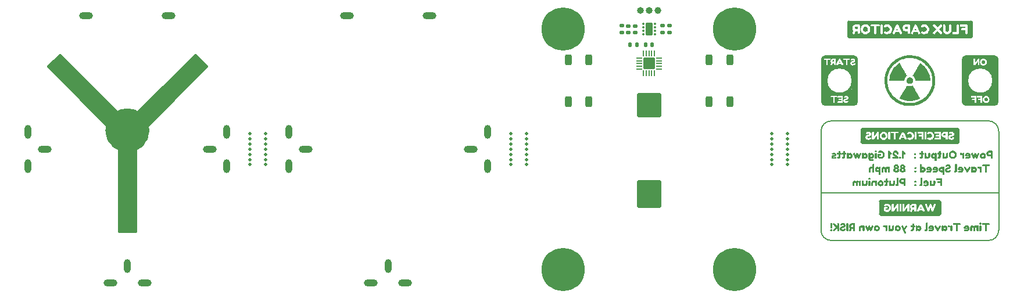
<source format=gbs>
%TF.GenerationSoftware,KiCad,Pcbnew,(6.0.4-0)*%
%TF.CreationDate,2022-05-06T03:23:39+03:00*%
%TF.ProjectId,Flux_Capacitor_Mini,466c7578-5f43-4617-9061-6369746f725f,4*%
%TF.SameCoordinates,PX55d4a80PY7270e00*%
%TF.FileFunction,Soldermask,Bot*%
%TF.FilePolarity,Negative*%
%FSLAX46Y46*%
G04 Gerber Fmt 4.6, Leading zero omitted, Abs format (unit mm)*
G04 Created by KiCad (PCBNEW (6.0.4-0)) date 2022-05-06 03:23:39*
%MOMM*%
%LPD*%
G01*
G04 APERTURE LIST*
G04 Aperture macros list*
%AMRoundRect*
0 Rectangle with rounded corners*
0 $1 Rounding radius*
0 $2 $3 $4 $5 $6 $7 $8 $9 X,Y pos of 4 corners*
0 Add a 4 corners polygon primitive as box body*
4,1,4,$2,$3,$4,$5,$6,$7,$8,$9,$2,$3,0*
0 Add four circle primitives for the rounded corners*
1,1,$1+$1,$2,$3*
1,1,$1+$1,$4,$5*
1,1,$1+$1,$6,$7*
1,1,$1+$1,$8,$9*
0 Add four rect primitives between the rounded corners*
20,1,$1+$1,$2,$3,$4,$5,0*
20,1,$1+$1,$4,$5,$6,$7,0*
20,1,$1+$1,$6,$7,$8,$9,0*
20,1,$1+$1,$8,$9,$2,$3,0*%
G04 Aperture macros list end*
%ADD10C,0.150000*%
%ADD11C,0.400000*%
%ADD12C,3.200000*%
%ADD13C,0.200000*%
%ADD14C,0.800000*%
%ADD15C,0.450000*%
%ADD16C,0.100000*%
%ADD17C,0.500000*%
%ADD18RoundRect,0.050000X-0.050000X0.350000X-0.050000X-0.350000X0.050000X-0.350000X0.050000X0.350000X0*%
%ADD19RoundRect,0.050000X-0.350000X0.050000X-0.350000X-0.050000X0.350000X-0.050000X0.350000X0.050000X0*%
%ADD20RoundRect,0.170000X-0.680000X0.680000X-0.680000X-0.680000X0.680000X-0.680000X0.680000X0.680000X0*%
%ADD21RoundRect,0.500000X0.500000X0.000000X-0.500000X0.000000X-0.500000X0.000000X0.500000X0.000000X0*%
%ADD22RoundRect,0.500000X0.000000X-0.500000X0.000000X0.500000X0.000000X0.500000X0.000000X-0.500000X0*%
%ADD23RoundRect,0.500000X-0.500000X0.000000X0.500000X0.000000X0.500000X0.000000X-0.500000X0.000000X0*%
%ADD24C,6.300000*%
%ADD25RoundRect,0.177500X1.597500X1.597500X-1.597500X1.597500X-1.597500X-1.597500X1.597500X-1.597500X0*%
%ADD26RoundRect,0.177500X1.597500X1.822500X-1.597500X1.822500X-1.597500X-1.822500X1.597500X-1.822500X0*%
%ADD27RoundRect,0.140000X0.160000X-0.140000X0.160000X0.140000X-0.160000X0.140000X-0.160000X-0.140000X0*%
%ADD28C,1.000000*%
%ADD29O,1.000000X1.000000*%
%ADD30RoundRect,0.500000X0.000000X0.500000X0.000000X-0.500000X0.000000X-0.500000X0.000000X0.500000X0*%
%ADD31RoundRect,0.135000X0.185000X-0.135000X0.185000X0.135000X-0.185000X0.135000X-0.185000X-0.135000X0*%
%ADD32RoundRect,0.135000X0.135000X0.185000X-0.135000X0.185000X-0.135000X-0.185000X0.135000X-0.185000X0*%
%ADD33RoundRect,0.037500X-0.087500X-0.087500X0.087500X-0.087500X0.087500X0.087500X-0.087500X0.087500X0*%
%ADD34RoundRect,0.104000X-0.416000X-0.796000X0.416000X-0.796000X0.416000X0.796000X-0.416000X0.796000X0*%
%ADD35RoundRect,0.140000X0.140000X0.160000X-0.140000X0.160000X-0.140000X-0.160000X0.140000X-0.160000X0*%
%ADD36RoundRect,0.200000X0.300000X-0.550000X0.300000X0.550000X-0.300000X0.550000X-0.300000X-0.550000X0*%
%ADD37RoundRect,0.200000X-0.300000X0.550000X-0.300000X-0.550000X0.300000X-0.550000X0.300000X0.550000X0*%
G04 APERTURE END LIST*
D10*
X144450000Y16125000D02*
X118550000Y16125000D01*
X120050000Y26625000D02*
G75*
G03*
X118550000Y25125000I0J-1500000D01*
G01*
X142950000Y9200000D02*
G75*
G03*
X144450000Y10700000I0J1500000D01*
G01*
X144450000Y25125000D02*
G75*
G03*
X142950000Y26625000I-1500000J0D01*
G01*
D11*
G36*
X29040000Y34570000D02*
G01*
X18679999Y24217688D01*
X18679999Y10549998D01*
X16320000Y10549998D01*
X16320000Y24217688D01*
X5960000Y34570000D01*
X7630000Y36240000D01*
X17500000Y26370000D01*
X27365000Y36245000D01*
X29040000Y34570000D01*
G37*
X29040000Y34570000D02*
X18679999Y24217688D01*
X18679999Y10549998D01*
X16320000Y10549998D01*
X16320000Y24217688D01*
X5960000Y34570000D01*
X7630000Y36240000D01*
X17500000Y26370000D01*
X27365000Y36245000D01*
X29040000Y34570000D01*
D10*
X120050000Y26625000D02*
X142950000Y26625000D01*
X118550000Y25125000D02*
X118550000Y10700000D01*
X120050000Y9200000D02*
X142950000Y9200000D01*
X144450000Y10700000D02*
X144450000Y25125000D01*
D12*
X19100000Y25250000D02*
G75*
G03*
X19100000Y25250000I-1600000J0D01*
G01*
D10*
X118550000Y10700000D02*
G75*
G03*
X120050000Y9200000I1500000J0D01*
G01*
G36*
X132418270Y17396424D02*
G01*
X132443273Y17354356D01*
X132451607Y17278949D01*
X132443868Y17204535D01*
X132420651Y17159093D01*
X132373423Y17135876D01*
X132293651Y17128137D01*
X132215665Y17139646D01*
X132173795Y17174174D01*
X132157126Y17217831D01*
X132153157Y17274187D01*
X132160896Y17348601D01*
X132184113Y17394043D01*
X132296826Y17424999D01*
X132418270Y17396424D01*
G37*
G36*
X133290601Y18349321D02*
G01*
X133332670Y18317175D01*
X133346163Y18275106D01*
X133348545Y18220337D01*
X133348545Y17464687D01*
X133337432Y17317843D01*
X133304095Y17217037D01*
X133246151Y17164253D01*
X133145345Y17136074D01*
X133018345Y17128931D01*
X132948495Y17145599D01*
X132924682Y17187271D01*
X132916745Y17267837D01*
X132948495Y17380549D01*
X132975482Y17394043D01*
X133019138Y17396424D01*
X133061207Y17411506D01*
X133070732Y17483737D01*
X133070732Y18218750D01*
X133073113Y18274312D01*
X133088195Y18317175D01*
X133130263Y18349321D01*
X133208845Y18360037D01*
X133290601Y18349321D01*
G37*
G36*
X133463837Y17563112D02*
G01*
X133451732Y17648043D01*
X133452303Y17652012D01*
X133726370Y17652012D01*
X133786695Y17601212D01*
X133986720Y17601212D01*
X133935920Y17690906D01*
X133833526Y17732974D01*
X133754151Y17710749D01*
X133726370Y17652012D01*
X133452303Y17652012D01*
X133465226Y17741904D01*
X133505707Y17828225D01*
X133564643Y17896289D01*
X133638263Y17944906D01*
X133726568Y17974076D01*
X133829557Y17983800D01*
X133951530Y17970482D01*
X134059216Y17930530D01*
X134152613Y17863943D01*
X134224492Y17775131D01*
X134267619Y17668504D01*
X134281995Y17544062D01*
X134270882Y17441580D01*
X134237545Y17345801D01*
X134181982Y17256724D01*
X134121062Y17196598D01*
X134039901Y17149568D01*
X133942071Y17119207D01*
X133831145Y17109087D01*
X133683210Y17117917D01*
X133577542Y17144409D01*
X133514141Y17188561D01*
X133493007Y17250374D01*
X133513645Y17323399D01*
X133600957Y17394837D01*
X133664457Y17377374D01*
X133681920Y17371024D01*
X133744229Y17356737D01*
X133826382Y17351974D01*
X133931157Y17382137D01*
X133983545Y17456749D01*
X133607307Y17456749D01*
X133500151Y17503581D01*
X133463837Y17563112D01*
G37*
G36*
X136201282Y18263993D02*
G01*
X136231445Y18153662D01*
X136231445Y17271012D01*
X136221920Y17190049D01*
X136179851Y17144806D01*
X136091745Y17129724D01*
X136009989Y17140440D01*
X135967920Y17172587D01*
X135952839Y17213862D01*
X135950457Y17269424D01*
X135950457Y17569462D01*
X135639307Y17569462D01*
X135558345Y17577399D01*
X135513101Y17620659D01*
X135498020Y17709162D01*
X135508339Y17791315D01*
X135539295Y17834575D01*
X135581364Y17849656D01*
X135637720Y17852037D01*
X135950457Y17852037D01*
X135950457Y18012375D01*
X135464682Y18012375D01*
X135408326Y18014756D01*
X135366257Y18029043D01*
X135332920Y18071112D01*
X135323395Y18152075D01*
X135332920Y18233037D01*
X135365464Y18275900D01*
X135406739Y18290981D01*
X135461507Y18293362D01*
X136086982Y18293362D01*
X136201282Y18263993D01*
G37*
G36*
X135162264Y17957209D02*
G01*
X135204332Y17925062D01*
X135217826Y17883787D01*
X135220207Y17828225D01*
X135220207Y17550412D01*
X135208477Y17439904D01*
X135173288Y17341215D01*
X135114639Y17254343D01*
X135038174Y17186874D01*
X134949539Y17146393D01*
X134848732Y17132899D01*
X134731257Y17167824D01*
X134688395Y17202749D01*
X134659820Y17234500D01*
X134643945Y17169412D01*
X134603067Y17140837D01*
X134524882Y17131312D01*
X134445110Y17141631D01*
X134402645Y17172587D01*
X134387564Y17213068D01*
X134385182Y17266249D01*
X134385182Y17828225D01*
X134387564Y17882993D01*
X134401057Y17925062D01*
X134442729Y17957209D01*
X134523295Y17967925D01*
X134604654Y17957606D01*
X134645532Y17926650D01*
X134660614Y17884581D01*
X134662995Y17829812D01*
X134662995Y17548824D01*
X134701889Y17448812D01*
X134803489Y17410712D01*
X134903501Y17447224D01*
X134940807Y17548824D01*
X134940807Y17826637D01*
X134950332Y17907600D01*
X134992401Y17952843D01*
X135080507Y17967925D01*
X135162264Y17957209D01*
G37*
G36*
X132418270Y17902837D02*
G01*
X132443273Y17860768D01*
X132451607Y17785362D01*
X132443868Y17710948D01*
X132420651Y17665506D01*
X132373423Y17642289D01*
X132293651Y17634549D01*
X132215665Y17646059D01*
X132173795Y17680587D01*
X132157126Y17724243D01*
X132153157Y17780600D01*
X132184113Y17899662D01*
X132296826Y17931412D01*
X132418270Y17902837D01*
G37*
G36*
X141854469Y11788591D02*
G01*
X141896538Y11756444D01*
X141910031Y11715963D01*
X141912413Y11661194D01*
X141910031Y11606425D01*
X141895744Y11564356D01*
X141853675Y11531019D01*
X141773506Y11521494D01*
X141693338Y11531019D01*
X141651269Y11563563D01*
X141636981Y11604838D01*
X141634600Y11659606D01*
X141636981Y11714375D01*
X141652063Y11756444D01*
X141692544Y11788591D01*
X141772713Y11799306D01*
X141854469Y11788591D01*
G37*
G36*
X137321363Y11389731D02*
G01*
X137385656Y11346869D01*
X137408675Y11319881D01*
X137426138Y11372269D01*
X137467809Y11399653D01*
X137545200Y11408781D01*
X137626956Y11398066D01*
X137669025Y11365919D01*
X137682519Y11325438D01*
X137684900Y11270669D01*
X137684900Y10667419D01*
X137656325Y10599156D01*
X137546788Y10572169D01*
X137465825Y10582487D01*
X137422963Y10613444D01*
X137407881Y10655512D01*
X137405500Y10710281D01*
X137405500Y11043656D01*
X137368194Y11116681D01*
X137288025Y11146844D01*
X137218969Y11134144D01*
X137164200Y11121444D01*
X137076888Y11181769D01*
X137046725Y11292894D01*
X137066569Y11366713D01*
X137116575Y11399256D01*
X137172138Y11412750D01*
X137234844Y11416719D01*
X137321363Y11389731D01*
G37*
G36*
X122472681Y11725091D02*
G01*
X122514750Y11692944D01*
X122529831Y11650875D01*
X122532212Y11596106D01*
X122532212Y10713456D01*
X122522687Y10632494D01*
X122480619Y10587250D01*
X122392512Y10572169D01*
X122310756Y10582884D01*
X122268687Y10615031D01*
X122253606Y10656306D01*
X122251225Y10711869D01*
X122251225Y11594519D01*
X122259162Y11677069D01*
X122302422Y11721122D01*
X122390925Y11735806D01*
X122472681Y11725091D01*
G37*
G36*
X131063437Y11394494D02*
G01*
X131127731Y11343694D01*
X131149162Y11292894D01*
X131117412Y11215106D01*
X130801500Y10683294D01*
X130868175Y10538534D01*
X130915800Y10429691D01*
X130944375Y10356765D01*
X130953900Y10319756D01*
X130930484Y10266575D01*
X130860237Y10221331D01*
X130776100Y10197519D01*
X130728475Y10211806D01*
X130700694Y10241969D01*
X130679262Y10288006D01*
X130263337Y11218281D01*
X130250637Y11245269D01*
X130237937Y11299244D01*
X130261353Y11353616D01*
X130331600Y11399256D01*
X130419706Y11421481D01*
X130477650Y11394494D01*
X130495906Y11367506D01*
X130519520Y11316508D01*
X130579250Y11185738D01*
X130639575Y11051395D01*
X130664975Y10989681D01*
X130713394Y11068968D01*
X130763400Y11152312D01*
X130814994Y11239713D01*
X130876112Y11343694D01*
X130902306Y11387350D01*
X130930087Y11413544D01*
X130979300Y11426244D01*
X131063437Y11394494D01*
G37*
G36*
X120120006Y10856331D02*
G01*
X120168425Y10814262D01*
X120184300Y10721394D01*
X120176561Y10646980D01*
X120153344Y10601537D01*
X120106116Y10578320D01*
X120026344Y10570581D01*
X119947961Y10582091D01*
X119904900Y10616619D01*
X119889819Y10660275D01*
X119887437Y10716631D01*
X119887437Y10742031D01*
X119918394Y10837281D01*
X120018406Y10867444D01*
X120120006Y10856331D01*
G37*
G36*
X139362292Y11005556D02*
G01*
X139350188Y11090488D01*
X139350758Y11094456D01*
X139624825Y11094456D01*
X139685150Y11043656D01*
X139885175Y11043656D01*
X139834375Y11133350D01*
X139731981Y11175419D01*
X139652606Y11153194D01*
X139624825Y11094456D01*
X139350758Y11094456D01*
X139363681Y11184348D01*
X139404163Y11270669D01*
X139463098Y11338733D01*
X139536719Y11387350D01*
X139625023Y11416520D01*
X139728013Y11426244D01*
X139849985Y11412926D01*
X139957671Y11372974D01*
X140051069Y11306388D01*
X140122947Y11217576D01*
X140166074Y11110949D01*
X140180450Y10986506D01*
X140169338Y10884024D01*
X140136000Y10788245D01*
X140080438Y10699169D01*
X140019517Y10639042D01*
X139938356Y10592012D01*
X139840527Y10561652D01*
X139729600Y10551531D01*
X139581665Y10560362D01*
X139475997Y10586853D01*
X139412596Y10631005D01*
X139391463Y10692819D01*
X139412100Y10765844D01*
X139499413Y10837281D01*
X139562912Y10819819D01*
X139580375Y10813469D01*
X139642684Y10799181D01*
X139724838Y10794419D01*
X139829613Y10824581D01*
X139882000Y10899194D01*
X139505762Y10899194D01*
X139398606Y10946025D01*
X139362292Y11005556D01*
G37*
G36*
X129359874Y11215283D02*
G01*
X129433075Y11304800D01*
X129525326Y11373151D01*
X129626397Y11414161D01*
X129736287Y11427831D01*
X129846354Y11414073D01*
X129947954Y11372798D01*
X130041087Y11304006D01*
X130115171Y11214048D01*
X130159621Y11109273D01*
X130174437Y10989681D01*
X130157570Y10869230D01*
X130106969Y10761875D01*
X130031761Y10673372D01*
X129941075Y10609475D01*
X129841062Y10570780D01*
X129737875Y10557881D01*
X129634886Y10569986D01*
X129535469Y10606300D01*
X129445180Y10668212D01*
X129369575Y10757112D01*
X129318378Y10866848D01*
X129301312Y10991269D01*
X129301701Y10994444D01*
X129582300Y10994444D01*
X129595397Y10926181D01*
X129634687Y10876969D01*
X129739462Y10837281D01*
X129842650Y10876175D01*
X129880750Y10924594D01*
X129893450Y10992062D01*
X129881147Y11059730D01*
X129844237Y11108744D01*
X129737875Y11148431D01*
X129631512Y11110331D01*
X129594603Y11062309D01*
X129582300Y10994444D01*
X129301701Y10994444D01*
X129315953Y11110772D01*
X129359874Y11215283D01*
G37*
G36*
X136506975Y11388144D02*
G01*
X136605400Y11407194D01*
X136697034Y11393347D01*
X136783553Y11351808D01*
X136864956Y11282575D01*
X136930661Y11194910D01*
X136970084Y11098072D01*
X136983225Y10992062D01*
X136970172Y10885965D01*
X136931014Y10788862D01*
X136865750Y10700756D01*
X136785228Y10631083D01*
X136700297Y10589278D01*
X136610956Y10575344D01*
X136493283Y10596378D01*
X136414900Y10659481D01*
X136380769Y10596775D01*
X136264881Y10575344D01*
X136194436Y10585662D01*
X136156138Y10616619D01*
X136142644Y10658687D01*
X136140263Y10713456D01*
X136140263Y10990475D01*
X136427600Y10990475D01*
X136466494Y10896019D01*
X136564125Y10853156D01*
X136664138Y10895225D01*
X136705413Y10989681D01*
X136666519Y11086519D01*
X136564919Y11130969D01*
X136464906Y11086519D01*
X136427600Y10990475D01*
X136140263Y10990475D01*
X136140263Y11269081D01*
X136142644Y11323850D01*
X136156931Y11365919D01*
X136199000Y11399256D01*
X136291075Y11408781D01*
X136380372Y11386556D01*
X136416488Y11319881D01*
X136445063Y11352425D01*
X136506975Y11388144D01*
G37*
G36*
X143077638Y11723106D02*
G01*
X143104625Y11688975D01*
X143112563Y11623094D01*
X143104625Y11556419D01*
X143072875Y11519113D01*
X142998263Y11507206D01*
X142693463Y11507206D01*
X142693463Y10710281D01*
X142691081Y10655512D01*
X142676794Y10614237D01*
X142635519Y10581694D01*
X142556938Y10572169D01*
X142477563Y10581694D01*
X142435494Y10614237D01*
X142421206Y10654719D01*
X142418825Y10708694D01*
X142418825Y11507206D01*
X142115613Y11507206D01*
X142034650Y11521494D01*
X142007663Y11555625D01*
X141999725Y11621506D01*
X142007663Y11688181D01*
X142039413Y11725488D01*
X142114025Y11737394D01*
X142996675Y11737394D01*
X143077638Y11723106D01*
G37*
G36*
X141854469Y11396875D02*
G01*
X141896538Y11365919D01*
X141910031Y11323850D01*
X141912413Y11269081D01*
X141912413Y10711869D01*
X141910031Y10656306D01*
X141896538Y10615031D01*
X141854866Y10582884D01*
X141774300Y10572169D01*
X141692941Y10582487D01*
X141652063Y10613444D01*
X141636981Y10655512D01*
X141634600Y10710281D01*
X141634600Y11265906D01*
X141636188Y11311944D01*
X141664763Y11380206D01*
X141772713Y11407194D01*
X141854469Y11396875D01*
G37*
G36*
X126318224Y11215283D02*
G01*
X126391425Y11304800D01*
X126483676Y11373151D01*
X126584747Y11414161D01*
X126694637Y11427831D01*
X126804704Y11414073D01*
X126906304Y11372798D01*
X126999437Y11304006D01*
X127073521Y11214048D01*
X127117971Y11109273D01*
X127132787Y10989681D01*
X127115920Y10869230D01*
X127065319Y10761875D01*
X126990111Y10673372D01*
X126899425Y10609475D01*
X126799412Y10570780D01*
X126696225Y10557881D01*
X126593236Y10569986D01*
X126493819Y10606300D01*
X126403530Y10668212D01*
X126327925Y10757112D01*
X126276728Y10866848D01*
X126259662Y10991269D01*
X126260051Y10994444D01*
X126540650Y10994444D01*
X126553747Y10926181D01*
X126593037Y10876969D01*
X126697812Y10837281D01*
X126801000Y10876175D01*
X126839100Y10924594D01*
X126851800Y10992062D01*
X126839497Y11059730D01*
X126802587Y11108744D01*
X126696225Y11148431D01*
X126589862Y11110331D01*
X126552953Y11062309D01*
X126540650Y10994444D01*
X126260051Y10994444D01*
X126274303Y11110772D01*
X126318224Y11215283D01*
G37*
G36*
X124838453Y11398859D02*
G01*
X124880125Y11369094D01*
X124895206Y11328613D01*
X124897587Y11275431D01*
X124897587Y10713456D01*
X124895206Y10658687D01*
X124881712Y10616619D01*
X124840041Y10584472D01*
X124759475Y10573756D01*
X124678116Y10584472D01*
X124637237Y10616619D01*
X124622156Y10657100D01*
X124619775Y10711869D01*
X124619775Y10992856D01*
X124580881Y11092869D01*
X124479281Y11130969D01*
X124379269Y11094456D01*
X124341962Y10992856D01*
X124341962Y10713456D01*
X124332437Y10632494D01*
X124291162Y10588441D01*
X124202262Y10573756D01*
X124120506Y10584472D01*
X124078437Y10616619D01*
X124064944Y10657100D01*
X124062562Y10711869D01*
X124062562Y10991269D01*
X124074292Y11101776D01*
X124109482Y11200466D01*
X124168131Y11287338D01*
X124244419Y11354806D01*
X124332526Y11395288D01*
X124432450Y11408781D01*
X124551512Y11372269D01*
X124594375Y11338931D01*
X124622950Y11307181D01*
X124638825Y11372269D01*
X124679703Y11399653D01*
X124757887Y11408781D01*
X124838453Y11398859D01*
G37*
G36*
X121851263Y11743303D02*
G01*
X121945719Y11708642D01*
X122023419Y11650875D01*
X122081186Y11577585D01*
X122115847Y11496358D01*
X122127400Y11407194D01*
X122117280Y11312936D01*
X122086919Y11233363D01*
X122041477Y11170855D01*
X121986112Y11127794D01*
X121923406Y11096639D01*
X121855937Y11069850D01*
X121788469Y11048617D01*
X121725762Y11034131D01*
X121624956Y10998412D01*
X121584475Y10937294D01*
X121600879Y10870266D01*
X121650092Y10830049D01*
X121732112Y10816644D01*
X121808312Y10841250D01*
X121871812Y10892844D01*
X121942456Y10952375D01*
X121995637Y10972219D01*
X122079775Y10934119D01*
X122130972Y10873992D01*
X122148037Y10826962D01*
X122106762Y10735681D01*
X122092475Y10718219D01*
X122046437Y10669800D01*
X121975000Y10619794D01*
X121867050Y10574550D01*
X121798391Y10560858D01*
X121725762Y10556294D01*
X121630336Y10565642D01*
X121538790Y10593688D01*
X121451125Y10640431D01*
X121390800Y10692223D01*
X121343175Y10761875D01*
X121312219Y10846608D01*
X121301900Y10943644D01*
X121312020Y11038695D01*
X121342381Y11117475D01*
X121387823Y11177602D01*
X121443187Y11216694D01*
X121506291Y11243086D01*
X121574950Y11265113D01*
X121643609Y11282377D01*
X121706712Y11294481D01*
X121807519Y11330994D01*
X121848000Y11401638D01*
X121813869Y11469900D01*
X121728144Y11494506D01*
X121643212Y11473869D01*
X121618606Y11453231D01*
X121600350Y11437356D01*
X121517800Y11405606D01*
X121461444Y11425450D01*
X121406675Y11484981D01*
X121368575Y11572294D01*
X121417787Y11650081D01*
X121457475Y11680244D01*
X121566219Y11730250D01*
X121648967Y11748705D01*
X121740050Y11754856D01*
X121851263Y11743303D01*
G37*
G36*
X132059197Y11684609D02*
G01*
X132100075Y11654844D01*
X132115156Y11616744D01*
X132117538Y11562769D01*
X132117538Y11399256D01*
X132169925Y11405606D01*
X132233425Y11384969D01*
X132255650Y11342900D01*
X132263588Y11248444D01*
X132240569Y11156369D01*
X132182625Y11129381D01*
X132117538Y11134144D01*
X132117538Y10899194D01*
X132108013Y10792126D01*
X132079438Y10707988D01*
X132031813Y10646781D01*
X131965843Y10605330D01*
X131882235Y10580459D01*
X131780988Y10572169D01*
X131727806Y10574550D01*
X131685738Y10588044D01*
X131652400Y10629716D01*
X131641288Y10710281D01*
X131677800Y10816644D01*
X131719869Y10831725D01*
X131777019Y10834106D01*
X131827819Y10853156D01*
X131841313Y10915069D01*
X131841313Y11134144D01*
X131738125Y11127794D01*
X131683356Y11130175D01*
X131641288Y11143669D01*
X131609141Y11185341D01*
X131598425Y11265906D01*
X131608744Y11347266D01*
X131639700Y11388144D01*
X131681769Y11403225D01*
X131735744Y11405606D01*
X131841313Y11399256D01*
X131841313Y11554831D01*
X131849250Y11635794D01*
X131891716Y11679847D01*
X131977838Y11694531D01*
X132059197Y11684609D01*
G37*
G36*
X120568475Y11689769D02*
G01*
X120625117Y11624046D01*
X120688363Y11551339D01*
X120758213Y11471646D01*
X120834667Y11384969D01*
X120917725Y11291306D01*
X120917725Y11594519D01*
X120925662Y11677069D01*
X120968922Y11721122D01*
X121057425Y11735806D01*
X121139181Y11725091D01*
X121181250Y11692944D01*
X121196331Y11650875D01*
X121198712Y11596106D01*
X121198712Y10713456D01*
X121189187Y10632494D01*
X121147119Y10587250D01*
X121059012Y10572169D01*
X120977256Y10582884D01*
X120935187Y10615031D01*
X120920106Y10656306D01*
X120917725Y10711869D01*
X120917725Y11021431D01*
X120568475Y10622969D01*
X120470844Y10556294D01*
X120366862Y10611062D01*
X120303362Y10706312D01*
X120355750Y10805531D01*
X120415380Y10871512D01*
X120492672Y10951978D01*
X120587624Y11046930D01*
X120700237Y11156369D01*
X120636737Y11216694D01*
X120546250Y11304602D01*
X120468462Y11382588D01*
X120403375Y11450652D01*
X120350987Y11508794D01*
X120303362Y11604838D01*
X120366862Y11700088D01*
X120471637Y11754856D01*
X120568475Y11689769D01*
G37*
G36*
X135970400Y11389731D02*
G01*
X136032313Y11338534D01*
X136052950Y11283369D01*
X136021200Y11197644D01*
X135691000Y10632494D01*
X135676713Y10615031D01*
X135633056Y10580900D01*
X135567969Y10564231D01*
X135498913Y10585662D01*
X135448113Y10634081D01*
X135119500Y11197644D01*
X135087750Y11284956D01*
X135108388Y11338931D01*
X135170300Y11389731D01*
X135257613Y11423069D01*
X135308413Y11409575D01*
X135336194Y11382588D01*
X135362388Y11338931D01*
X135570350Y10938881D01*
X135778313Y11338931D01*
X135820381Y11403225D01*
X135875150Y11424656D01*
X135970400Y11389731D01*
G37*
G36*
X134032856Y11791766D02*
G01*
X134074925Y11759619D01*
X134088419Y11717550D01*
X134090800Y11662781D01*
X134090800Y10907131D01*
X134079688Y10760287D01*
X134046350Y10659481D01*
X133988406Y10606697D01*
X133887600Y10578519D01*
X133760600Y10571375D01*
X133690750Y10588044D01*
X133666938Y10629716D01*
X133659000Y10710281D01*
X133690750Y10822994D01*
X133717738Y10836487D01*
X133761394Y10838869D01*
X133803463Y10853950D01*
X133812988Y10926181D01*
X133812988Y11661194D01*
X133815369Y11716756D01*
X133830450Y11759619D01*
X133872519Y11791766D01*
X133951100Y11802481D01*
X134032856Y11791766D01*
G37*
G36*
X141152397Y11382191D02*
G01*
X141234550Y11297656D01*
X141261538Y11380206D01*
X141377425Y11408781D01*
X141450053Y11398066D01*
X141490138Y11365919D01*
X141505219Y11325438D01*
X141507600Y11270669D01*
X141507600Y10711869D01*
X141505219Y10656306D01*
X141491725Y10615031D01*
X141450053Y10582884D01*
X141369488Y10572169D01*
X141288525Y10582487D01*
X141245663Y10613444D01*
X141230581Y10655512D01*
X141228200Y10710281D01*
X141228200Y10991269D01*
X141204388Y11094853D01*
X141132950Y11129381D01*
X141059131Y11094853D01*
X141034525Y10991269D01*
X141034525Y10713456D01*
X141032144Y10658687D01*
X141018650Y10616619D01*
X140976978Y10583281D01*
X140896413Y10572169D01*
X140814656Y10582884D01*
X140772588Y10615031D01*
X140757506Y10656306D01*
X140755125Y10711869D01*
X140755125Y10989681D01*
X140735281Y11092869D01*
X140659875Y11129381D01*
X140586056Y11094853D01*
X140561450Y10991269D01*
X140561450Y10713456D01*
X140559069Y10658687D01*
X140545575Y10616619D01*
X140503903Y10583281D01*
X140423338Y10572169D01*
X140341978Y10582884D01*
X140301100Y10615031D01*
X140286019Y10657100D01*
X140283638Y10711869D01*
X140283638Y10989681D01*
X140293163Y11125765D01*
X140321738Y11233451D01*
X140369363Y11312738D01*
X140465406Y11385961D01*
X140582088Y11410369D01*
X140693213Y11379413D01*
X140771794Y11322263D01*
X140813863Y11272256D01*
X140875951Y11348985D01*
X140956385Y11395023D01*
X141055163Y11410369D01*
X141152397Y11382191D01*
G37*
G36*
X122723771Y10953169D02*
G01*
X122751287Y11018256D01*
X122685142Y11102570D01*
X122645454Y11200995D01*
X122632225Y11313531D01*
X122911625Y11313531D01*
X122957662Y11208756D01*
X123049737Y11173831D01*
X123252937Y11173831D01*
X123252937Y11454819D01*
X123052912Y11454819D01*
X122957662Y11419100D01*
X122911625Y11313531D01*
X122632225Y11313531D01*
X122642544Y11411956D01*
X122673500Y11500856D01*
X122720331Y11576263D01*
X122778275Y11634206D01*
X122866999Y11690651D01*
X122957486Y11724517D01*
X123049737Y11735806D01*
X123392637Y11735806D01*
X123474394Y11725091D01*
X123516462Y11692944D01*
X123531544Y11650875D01*
X123533925Y11596106D01*
X123533925Y10715044D01*
X123524400Y10632494D01*
X123482331Y10588441D01*
X123394225Y10573756D01*
X123312469Y10584472D01*
X123270400Y10616619D01*
X123255319Y10658687D01*
X123252937Y10713456D01*
X123252937Y10892844D01*
X123052912Y10892844D01*
X123003700Y10896019D01*
X122941964Y10749792D01*
X122900689Y10654013D01*
X122879875Y10608681D01*
X122850506Y10577725D01*
X122799706Y10562644D01*
X122717950Y10584869D01*
X122644131Y10630906D01*
X122619525Y10686469D01*
X122643337Y10769019D01*
X122687787Y10870090D01*
X122723771Y10953169D01*
G37*
G36*
X126105675Y11397669D02*
G01*
X126173541Y11354409D01*
X126196162Y11297656D01*
X126180287Y11235744D01*
X125940575Y10651544D01*
X125896125Y10595187D01*
X125813575Y10567406D01*
X125726262Y10605506D01*
X125700862Y10638844D01*
X125687369Y10665037D01*
X125676256Y10693612D01*
X125636569Y10801562D01*
X125609383Y10875977D01*
X125589737Y10926181D01*
X125543347Y10802709D01*
X125512126Y10720159D01*
X125496075Y10678531D01*
X125483375Y10651544D01*
X125438131Y10595187D01*
X125367487Y10567406D01*
X125307162Y10578519D01*
X125259537Y10617412D01*
X125227787Y10676944D01*
X125053162Y11102394D01*
X125010300Y11206375D01*
X124984900Y11292894D01*
X125010300Y11352822D01*
X125086500Y11402431D01*
X125150000Y11418306D01*
X125216675Y11392906D01*
X125264300Y11316706D01*
X125361137Y11053181D01*
X125377894Y11095515D01*
X125409115Y11180181D01*
X125454800Y11307181D01*
X125467500Y11334169D01*
X125514331Y11384969D01*
X125596087Y11410369D01*
X125689750Y11364331D01*
X125724675Y11308769D01*
X125818337Y11051594D01*
X125868961Y11189177D01*
X125906532Y11288660D01*
X125931050Y11350044D01*
X125943750Y11377825D01*
X125971531Y11404813D01*
X126023125Y11418306D01*
X126105675Y11397669D01*
G37*
G36*
X132717613Y11388144D02*
G01*
X132816038Y11407194D01*
X132907672Y11393347D01*
X132994190Y11351808D01*
X133075594Y11282575D01*
X133141299Y11194910D01*
X133180722Y11098072D01*
X133193863Y10992062D01*
X133180810Y10885965D01*
X133141651Y10788862D01*
X133076388Y10700756D01*
X132995866Y10631083D01*
X132910935Y10589278D01*
X132821594Y10575344D01*
X132703920Y10596378D01*
X132625538Y10659481D01*
X132591406Y10596775D01*
X132475519Y10575344D01*
X132405073Y10585662D01*
X132366775Y10616619D01*
X132353281Y10658687D01*
X132350900Y10713456D01*
X132350900Y10990475D01*
X132638238Y10990475D01*
X132677131Y10896019D01*
X132774763Y10853156D01*
X132874775Y10895225D01*
X132916050Y10989681D01*
X132877156Y11086519D01*
X132775556Y11130969D01*
X132675544Y11086519D01*
X132638238Y10990475D01*
X132350900Y10990475D01*
X132350900Y11269081D01*
X132353281Y11323850D01*
X132367569Y11365919D01*
X132409638Y11399256D01*
X132501713Y11408781D01*
X132591009Y11386556D01*
X132627125Y11319881D01*
X132655700Y11352425D01*
X132717613Y11388144D01*
G37*
G36*
X129140181Y11399653D02*
G01*
X129182250Y11367506D01*
X129195744Y11326231D01*
X129198125Y11270669D01*
X129198125Y10992856D01*
X129186395Y10882349D01*
X129151206Y10783659D01*
X129092556Y10696787D01*
X129016092Y10629319D01*
X128927456Y10588837D01*
X128826650Y10575344D01*
X128709175Y10610269D01*
X128666312Y10645194D01*
X128637737Y10676944D01*
X128621862Y10611856D01*
X128580984Y10583281D01*
X128502800Y10573756D01*
X128423028Y10584075D01*
X128380562Y10615031D01*
X128365481Y10655512D01*
X128363100Y10708694D01*
X128363100Y11270669D01*
X128365481Y11325438D01*
X128378975Y11367506D01*
X128420647Y11399653D01*
X128501212Y11410369D01*
X128582572Y11400050D01*
X128623450Y11369094D01*
X128638531Y11327025D01*
X128640912Y11272256D01*
X128640912Y10991269D01*
X128679806Y10891256D01*
X128781406Y10853156D01*
X128881419Y10889669D01*
X128918725Y10991269D01*
X128918725Y11269081D01*
X128928250Y11350044D01*
X128970319Y11395288D01*
X129058425Y11410369D01*
X129140181Y11399653D01*
G37*
G36*
X120116037Y11733425D02*
G01*
X120158900Y11704056D01*
X120173981Y11666750D01*
X120176362Y11616744D01*
X120176362Y11113506D01*
X120173981Y11064294D01*
X120159694Y11027781D01*
X120117625Y10999206D01*
X120036662Y10991269D01*
X119955700Y10999206D01*
X119912837Y11026988D01*
X119897756Y11062706D01*
X119895375Y11111919D01*
X119895375Y11615156D01*
X119897756Y11665163D01*
X119912044Y11703263D01*
X119954112Y11733425D01*
X120035075Y11742156D01*
X120116037Y11733425D01*
G37*
G36*
X134206092Y11005556D02*
G01*
X134193988Y11090488D01*
X134194558Y11094456D01*
X134468625Y11094456D01*
X134528950Y11043656D01*
X134728975Y11043656D01*
X134678175Y11133350D01*
X134575781Y11175419D01*
X134496406Y11153194D01*
X134468625Y11094456D01*
X134194558Y11094456D01*
X134207481Y11184348D01*
X134247963Y11270669D01*
X134306898Y11338733D01*
X134380519Y11387350D01*
X134468823Y11416520D01*
X134571813Y11426244D01*
X134693785Y11412926D01*
X134801471Y11372974D01*
X134894869Y11306388D01*
X134966747Y11217576D01*
X135009874Y11110949D01*
X135024250Y10986506D01*
X135013138Y10884024D01*
X134979800Y10788245D01*
X134924238Y10699169D01*
X134863317Y10639042D01*
X134782156Y10592012D01*
X134684327Y10561652D01*
X134573400Y10551531D01*
X134425465Y10560362D01*
X134319797Y10586853D01*
X134256396Y10631005D01*
X134235263Y10692819D01*
X134255900Y10765844D01*
X134343213Y10837281D01*
X134406713Y10819819D01*
X134424175Y10813469D01*
X134486484Y10799181D01*
X134568638Y10794419D01*
X134673413Y10824581D01*
X134725800Y10899194D01*
X134349563Y10899194D01*
X134242406Y10946025D01*
X134206092Y11005556D01*
G37*
G36*
X127872562Y11389731D02*
G01*
X127936856Y11346869D01*
X127959875Y11319881D01*
X127977337Y11372269D01*
X128019009Y11399653D01*
X128096400Y11408781D01*
X128178156Y11398066D01*
X128220225Y11365919D01*
X128233719Y11325438D01*
X128236100Y11270669D01*
X128236100Y10667419D01*
X128207525Y10599156D01*
X128097987Y10572169D01*
X128017025Y10582487D01*
X127974162Y10613444D01*
X127959081Y10655512D01*
X127956700Y10710281D01*
X127956700Y11043656D01*
X127919394Y11116681D01*
X127839225Y11146844D01*
X127770169Y11134144D01*
X127715400Y11121444D01*
X127628087Y11181769D01*
X127597925Y11292894D01*
X127617769Y11366713D01*
X127667775Y11399256D01*
X127723337Y11412750D01*
X127786044Y11416719D01*
X127872562Y11389731D01*
G37*
G36*
X138850125Y11723106D02*
G01*
X138877113Y11688975D01*
X138885050Y11623094D01*
X138877113Y11556419D01*
X138845363Y11519113D01*
X138770750Y11507206D01*
X138465950Y11507206D01*
X138465950Y10710281D01*
X138463569Y10655512D01*
X138449281Y10614237D01*
X138408006Y10581694D01*
X138329425Y10572169D01*
X138250050Y10581694D01*
X138207981Y10614237D01*
X138193694Y10654719D01*
X138191313Y10708694D01*
X138191313Y11507206D01*
X137888100Y11507206D01*
X137807138Y11521494D01*
X137780150Y11555625D01*
X137772213Y11621506D01*
X137780150Y11688181D01*
X137811900Y11725488D01*
X137886513Y11737394D01*
X138769163Y11737394D01*
X138850125Y11723106D01*
G37*
D13*
X123350000Y36100000D02*
X119150000Y36100000D01*
D14*
X122900000Y34150000D02*
X122900000Y34150000D01*
X122900000Y30850000D02*
X122900000Y30850000D01*
D13*
X118650000Y35600000D02*
X118650000Y29400000D01*
D14*
X123400000Y34200000D02*
X123400000Y30800000D01*
X119600000Y34150000D02*
X119600000Y34150000D01*
X119100000Y34200000D02*
X119100000Y30800000D01*
D13*
X123850000Y35600000D02*
X123850000Y29400000D01*
D14*
X119600000Y30850000D02*
X119600000Y30850000D01*
D13*
X123350000Y28900000D02*
X119150000Y28900000D01*
X123850000Y35600000D02*
G75*
G03*
X123350000Y36100000I-500001J-1D01*
G01*
X123350000Y28900000D02*
G75*
G03*
X123850000Y29400000I-1J500001D01*
G01*
X119150000Y36100000D02*
G75*
G03*
X118650000Y35600000I0J-500000D01*
G01*
X118650000Y29400000D02*
G75*
G03*
X119150000Y28900000I500000J0D01*
G01*
D15*
X123220000Y32500000D02*
G75*
G03*
X123220000Y32500000I-1970000J0D01*
G01*
G36*
X118659998Y29450000D02*
G01*
X118659998Y30174023D01*
X119968953Y30174023D01*
X119975700Y30118024D01*
X119998640Y30089012D01*
X120067458Y30076868D01*
X120325188Y30076868D01*
X120325188Y29398132D01*
X120327213Y29352253D01*
X120339357Y29317844D01*
X120375115Y29290182D01*
X120442584Y29282086D01*
X120509378Y29290182D01*
X120544462Y29317844D01*
X120556606Y29352928D01*
X120558630Y29399481D01*
X120558630Y29400831D01*
X120968840Y29400831D01*
X120981322Y29325940D01*
X121018767Y29290182D01*
X121088935Y29282086D01*
X121623287Y29282086D01*
X121698178Y29294905D01*
X121733936Y29333362D01*
X121742032Y29402180D01*
X121742032Y29597839D01*
X121829742Y29597839D01*
X121838513Y29515359D01*
X121864825Y29443336D01*
X121905307Y29384132D01*
X121956583Y29340109D01*
X122031098Y29300377D01*
X122108912Y29276538D01*
X122190025Y29268592D01*
X122251759Y29272471D01*
X122310119Y29284110D01*
X122401877Y29322567D01*
X122462599Y29365072D01*
X122501730Y29406228D01*
X122513875Y29421071D01*
X122548959Y29498660D01*
X122534453Y29538636D01*
X122490935Y29589743D01*
X122419419Y29622128D01*
X122374214Y29605261D01*
X122314167Y29554659D01*
X122260192Y29510805D01*
X122195422Y29489889D01*
X122125705Y29501284D01*
X122083874Y29535468D01*
X122069930Y29592442D01*
X122104339Y29644393D01*
X122190025Y29674754D01*
X122243325Y29687067D01*
X122300674Y29705115D01*
X122358022Y29727885D01*
X122411322Y29754367D01*
X122458382Y29790969D01*
X122497008Y29844100D01*
X122522814Y29911738D01*
X122531417Y29991857D01*
X122521596Y30067647D01*
X122492135Y30136690D01*
X122443033Y30198986D01*
X122376988Y30248088D01*
X122296700Y30277550D01*
X122202169Y30287370D01*
X122124749Y30282141D01*
X122054413Y30266455D01*
X121961980Y30223949D01*
X121928246Y30198311D01*
X121886415Y30132192D01*
X121918800Y30057976D01*
X121965354Y30007375D01*
X122013257Y29990508D01*
X122083424Y30017495D01*
X122098942Y30030989D01*
X122119857Y30048531D01*
X122192049Y30066073D01*
X122264915Y30045157D01*
X122293927Y29987134D01*
X122259518Y29927087D01*
X122173832Y29896051D01*
X122120195Y29885762D01*
X122061834Y29871088D01*
X122003474Y29852365D01*
X121949836Y29829932D01*
X121902777Y29796704D01*
X121864151Y29745596D01*
X121838344Y29678633D01*
X121829742Y29597839D01*
X121742032Y29597839D01*
X121742032Y30152433D01*
X121716394Y30246214D01*
X121619239Y30271178D01*
X121087585Y30271178D01*
X121041032Y30269154D01*
X121005274Y30256334D01*
X120977949Y30220576D01*
X120968840Y30151083D01*
X120981322Y30076193D01*
X121018767Y30040434D01*
X121088935Y30032338D01*
X121503193Y30032338D01*
X121503193Y29896051D01*
X121236017Y29896051D01*
X121189463Y29894027D01*
X121153705Y29881208D01*
X121126380Y29845450D01*
X121117272Y29775957D01*
X121130091Y29701067D01*
X121168548Y29665308D01*
X121238715Y29657212D01*
X121503193Y29657212D01*
X121503193Y29520925D01*
X121087585Y29520925D01*
X121041032Y29518901D01*
X121005274Y29506082D01*
X120977949Y29470323D01*
X120968840Y29400831D01*
X120558630Y29400831D01*
X120558630Y30076868D01*
X120817710Y30076868D01*
X120881131Y30086988D01*
X120908118Y30118698D01*
X120914865Y30175372D01*
X120908118Y30231371D01*
X120885179Y30260383D01*
X120816361Y30272527D01*
X120066108Y30272527D01*
X120002688Y30262407D01*
X119975700Y30230696D01*
X119968953Y30174023D01*
X118659998Y30174023D01*
X118659998Y30800000D01*
X119208435Y30800000D01*
X120564998Y30775000D01*
X121289998Y30650000D01*
X121964998Y30785000D01*
X123309477Y30800000D01*
X123859998Y30800000D01*
X123859998Y29450000D01*
X123713551Y29096447D01*
X123439998Y28935000D01*
X119119998Y28940000D01*
X118806445Y29096447D01*
X118659998Y29450000D01*
G37*
G36*
X121383865Y35146334D02*
G01*
X121204398Y35146334D01*
X121294807Y35331198D01*
X121383865Y35146334D01*
G37*
G36*
X118655000Y35560000D02*
G01*
X118677687Y35628061D01*
X118960388Y35628061D01*
X118967135Y35572062D01*
X118990074Y35543050D01*
X119058892Y35530906D01*
X119316623Y35530906D01*
X119316623Y34852170D01*
X119318647Y34806291D01*
X119330791Y34771882D01*
X119366550Y34744220D01*
X119434018Y34736124D01*
X119500812Y34744220D01*
X119535896Y34771882D01*
X119548041Y34806966D01*
X119549185Y34833279D01*
X119946781Y34833279D01*
X119967696Y34786051D01*
X120030442Y34746919D01*
X120099935Y34728027D01*
X120143115Y34740846D01*
X120168078Y34767159D01*
X120185770Y34805691D01*
X120220854Y34887104D01*
X120273330Y35011396D01*
X120315160Y35008697D01*
X120485182Y35008697D01*
X120485182Y34856218D01*
X120487206Y34809665D01*
X120500025Y34773906D01*
X120535783Y34746581D01*
X120605276Y34737473D01*
X120680166Y34749955D01*
X120715925Y34787400D01*
X120721219Y34833279D01*
X120798237Y34833279D01*
X120817802Y34787063D01*
X120876500Y34745569D01*
X120948692Y34722630D01*
X120991872Y34734774D01*
X121016161Y34760412D01*
X121037076Y34800894D01*
X121107243Y34946626D01*
X121481020Y34946626D01*
X121551188Y34800894D01*
X121572103Y34761762D01*
X121596392Y34736798D01*
X121639572Y34723979D01*
X121711763Y34746919D01*
X121770461Y34787400D01*
X121790027Y34833279D01*
X121767088Y34902097D01*
X121416443Y35628061D01*
X121830508Y35628061D01*
X121837255Y35572062D01*
X121860195Y35543050D01*
X121929013Y35530906D01*
X122186743Y35530906D01*
X122186743Y34852170D01*
X122188768Y34806291D01*
X122200912Y34771882D01*
X122236670Y34744220D01*
X122304139Y34736124D01*
X122370933Y34744220D01*
X122406017Y34771882D01*
X122418161Y34806966D01*
X122420185Y34853519D01*
X122420185Y35051877D01*
X122830395Y35051877D01*
X122839166Y34969397D01*
X122865479Y34897374D01*
X122905960Y34838170D01*
X122957237Y34794147D01*
X123031752Y34754415D01*
X123109566Y34730576D01*
X123190678Y34722630D01*
X123252412Y34726509D01*
X123310773Y34738148D01*
X123402530Y34776605D01*
X123463252Y34819110D01*
X123502384Y34860266D01*
X123514528Y34875109D01*
X123549612Y34952698D01*
X123535106Y34992674D01*
X123491589Y35043781D01*
X123420072Y35076166D01*
X123374868Y35059299D01*
X123314821Y35008697D01*
X123260846Y34964843D01*
X123196076Y34943927D01*
X123126358Y34955322D01*
X123084528Y34989506D01*
X123070584Y35046480D01*
X123104993Y35098431D01*
X123190678Y35128792D01*
X123243979Y35141105D01*
X123301327Y35159153D01*
X123358676Y35181923D01*
X123411976Y35208405D01*
X123459035Y35245007D01*
X123497661Y35298138D01*
X123523468Y35365776D01*
X123532070Y35445895D01*
X123522250Y35521685D01*
X123492789Y35590728D01*
X123443686Y35653024D01*
X123377642Y35702126D01*
X123297354Y35731588D01*
X123202823Y35741408D01*
X123125402Y35736179D01*
X123055066Y35720493D01*
X122962634Y35677987D01*
X122928900Y35652349D01*
X122887069Y35586230D01*
X122919454Y35512014D01*
X122966008Y35461413D01*
X123013910Y35444546D01*
X123084078Y35471533D01*
X123099596Y35485027D01*
X123120511Y35502569D01*
X123192703Y35520111D01*
X123265569Y35499195D01*
X123294580Y35441172D01*
X123260171Y35381125D01*
X123174486Y35350089D01*
X123120848Y35339800D01*
X123062488Y35325126D01*
X123004127Y35306403D01*
X122950490Y35283970D01*
X122903430Y35250742D01*
X122864804Y35199634D01*
X122838998Y35132671D01*
X122830395Y35051877D01*
X122420185Y35051877D01*
X122420185Y35530906D01*
X122679265Y35530906D01*
X122742686Y35541026D01*
X122769673Y35572736D01*
X122776420Y35629410D01*
X122769673Y35685409D01*
X122746734Y35714421D01*
X122677916Y35726565D01*
X121927663Y35726565D01*
X121864243Y35716445D01*
X121837255Y35684734D01*
X121830508Y35628061D01*
X121416443Y35628061D01*
X121402757Y35656397D01*
X121357553Y35706324D01*
X121293457Y35725216D01*
X121230037Y35707674D01*
X121185507Y35655048D01*
X120821176Y34902097D01*
X120798237Y34833279D01*
X120721219Y34833279D01*
X120724021Y34857567D01*
X120724021Y35606471D01*
X120721997Y35653024D01*
X120709178Y35688782D01*
X120673419Y35716107D01*
X120603927Y35725216D01*
X120312462Y35725216D01*
X120234048Y35715620D01*
X120157134Y35686833D01*
X120081718Y35638856D01*
X120032466Y35589603D01*
X119992660Y35525508D01*
X119966347Y35449943D01*
X119957576Y35366282D01*
X119968821Y35270626D01*
X120002555Y35186965D01*
X120058779Y35115298D01*
X120035390Y35059974D01*
X120004804Y34989356D01*
X119967022Y34903446D01*
X119946781Y34833279D01*
X119549185Y34833279D01*
X119550065Y34853519D01*
X119550065Y35530906D01*
X119809145Y35530906D01*
X119872565Y35541026D01*
X119899553Y35572736D01*
X119906300Y35629410D01*
X119899553Y35685409D01*
X119876613Y35714421D01*
X119807795Y35726565D01*
X119057543Y35726565D01*
X118994122Y35716445D01*
X118967135Y35684734D01*
X118960388Y35628061D01*
X118677687Y35628061D01*
X118755000Y35860000D01*
X119155000Y36060000D01*
X123355000Y36060000D01*
X123708553Y35913553D01*
X123855000Y35560000D01*
X123855000Y34260000D01*
X118655000Y34260000D01*
X118655000Y35560000D01*
G37*
G36*
X120485182Y35247537D02*
G01*
X120312462Y35247537D01*
X120234198Y35277223D01*
X120195066Y35366282D01*
X120234198Y35456015D01*
X120315160Y35486376D01*
X120485182Y35486376D01*
X120485182Y35247537D01*
G37*
G36*
X129995844Y17675006D02*
G01*
X129964888Y17763311D01*
X129954569Y17861538D01*
X130233969Y17861538D01*
X130280006Y17756763D01*
X130373669Y17721838D01*
X130573694Y17721838D01*
X130573694Y18002825D01*
X130375256Y18002825D01*
X130280006Y17967106D01*
X130233969Y17861538D01*
X129954569Y17861538D01*
X129964888Y17959963D01*
X129995844Y18048863D01*
X130043072Y18124269D01*
X130102206Y18182213D01*
X130190930Y18238657D01*
X130281417Y18272524D01*
X130373669Y18283813D01*
X130713394Y18283813D01*
X130795150Y18273097D01*
X130837219Y18240950D01*
X130852300Y18198881D01*
X130854681Y18144113D01*
X130854681Y17263050D01*
X130845156Y17180500D01*
X130803088Y17136447D01*
X130714981Y17121762D01*
X130633225Y17132478D01*
X130591156Y17164625D01*
X130576075Y17206694D01*
X130573694Y17261462D01*
X130573694Y17440850D01*
X130375256Y17440850D01*
X130282123Y17452139D01*
X130191106Y17486006D01*
X130102206Y17542450D01*
X130043072Y17600195D01*
X129995844Y17675006D01*
G37*
G36*
X126866705Y17763289D02*
G01*
X126939906Y17852806D01*
X127032158Y17921157D01*
X127133228Y17962167D01*
X127243119Y17975838D01*
X127353185Y17962079D01*
X127454785Y17920804D01*
X127547919Y17852013D01*
X127622002Y17762054D01*
X127666452Y17657279D01*
X127681269Y17537687D01*
X127664402Y17417236D01*
X127613800Y17309881D01*
X127538592Y17221378D01*
X127447906Y17157481D01*
X127347894Y17118786D01*
X127244706Y17105887D01*
X127141717Y17117992D01*
X127042300Y17154306D01*
X126952011Y17216219D01*
X126876406Y17305119D01*
X126825209Y17414855D01*
X126808144Y17539275D01*
X126808533Y17542450D01*
X127089131Y17542450D01*
X127102228Y17474187D01*
X127141519Y17424975D01*
X127246294Y17385287D01*
X127349481Y17424181D01*
X127387581Y17472600D01*
X127400281Y17540069D01*
X127387978Y17607736D01*
X127351069Y17656750D01*
X127244706Y17696438D01*
X127138344Y17658338D01*
X127101434Y17610316D01*
X127089131Y17542450D01*
X126808533Y17542450D01*
X126822784Y17658778D01*
X126866705Y17763289D01*
G37*
G36*
X129793438Y18339772D02*
G01*
X129835506Y18307625D01*
X129849000Y18265556D01*
X129851381Y18210788D01*
X129851381Y17455137D01*
X129840269Y17308294D01*
X129806931Y17207487D01*
X129748988Y17154703D01*
X129648181Y17126525D01*
X129521181Y17119381D01*
X129451331Y17136050D01*
X129427519Y17177722D01*
X129419581Y17258287D01*
X129451331Y17371000D01*
X129478319Y17384494D01*
X129521975Y17386875D01*
X129564044Y17401956D01*
X129573569Y17474187D01*
X129573569Y18209200D01*
X129575950Y18264763D01*
X129591031Y18307625D01*
X129633100Y18339772D01*
X129711681Y18350488D01*
X129793438Y18339772D01*
G37*
G36*
X125280175Y17947659D02*
G01*
X125322244Y17915513D01*
X125335737Y17874238D01*
X125338119Y17818675D01*
X125338119Y17540862D01*
X125326389Y17430355D01*
X125291199Y17331665D01*
X125232550Y17244794D01*
X125156085Y17177325D01*
X125067450Y17136844D01*
X124966644Y17123350D01*
X124849169Y17158275D01*
X124806306Y17193200D01*
X124777731Y17224950D01*
X124761856Y17159862D01*
X124720978Y17131287D01*
X124642794Y17121762D01*
X124563022Y17132081D01*
X124520556Y17163037D01*
X124505475Y17203519D01*
X124503094Y17256700D01*
X124503094Y17818675D01*
X124505475Y17873444D01*
X124518969Y17915513D01*
X124560641Y17947659D01*
X124641206Y17958375D01*
X124722566Y17948056D01*
X124763444Y17917100D01*
X124778525Y17875031D01*
X124780906Y17820263D01*
X124780906Y17539275D01*
X124819800Y17439262D01*
X124921400Y17401162D01*
X125021412Y17437675D01*
X125058719Y17539275D01*
X125058719Y17817088D01*
X125068244Y17898050D01*
X125110312Y17943294D01*
X125198419Y17958375D01*
X125280175Y17947659D01*
G37*
G36*
X128205541Y18232616D02*
G01*
X128246419Y18202850D01*
X128261500Y18164750D01*
X128263881Y18110775D01*
X128263881Y17947263D01*
X128316269Y17953613D01*
X128379769Y17932975D01*
X128401994Y17890906D01*
X128409931Y17796450D01*
X128386913Y17704375D01*
X128328969Y17677388D01*
X128263881Y17682150D01*
X128263881Y17447200D01*
X128254356Y17340132D01*
X128225781Y17255994D01*
X128178156Y17194787D01*
X128112187Y17153336D01*
X128028578Y17128465D01*
X127927331Y17120175D01*
X127874150Y17122556D01*
X127832081Y17136050D01*
X127798744Y17177722D01*
X127787631Y17258287D01*
X127824144Y17364650D01*
X127866213Y17379731D01*
X127923363Y17382112D01*
X127974163Y17401162D01*
X127987656Y17463075D01*
X127987656Y17682150D01*
X127884469Y17675800D01*
X127829700Y17678181D01*
X127787631Y17691675D01*
X127755484Y17733347D01*
X127744769Y17813913D01*
X127755088Y17895272D01*
X127786044Y17936150D01*
X127828113Y17951231D01*
X127882088Y17953613D01*
X127987656Y17947263D01*
X127987656Y18102838D01*
X127995594Y18183800D01*
X128038059Y18227853D01*
X128124181Y18242538D01*
X128205541Y18232616D01*
G37*
G36*
X124020891Y17930197D02*
G01*
X124103044Y17845663D01*
X124130031Y17928213D01*
X124245919Y17956788D01*
X124318547Y17946072D01*
X124358631Y17913925D01*
X124373712Y17873444D01*
X124376094Y17818675D01*
X124376094Y17259875D01*
X124373712Y17204312D01*
X124360219Y17163037D01*
X124318547Y17130891D01*
X124237981Y17120175D01*
X124157019Y17130494D01*
X124114156Y17161450D01*
X124099075Y17203519D01*
X124096694Y17258287D01*
X124096694Y17539275D01*
X124072881Y17642859D01*
X124001444Y17677388D01*
X123927625Y17642859D01*
X123903019Y17539275D01*
X123903019Y17261462D01*
X123900637Y17206694D01*
X123887144Y17164625D01*
X123845472Y17131287D01*
X123764906Y17120175D01*
X123683150Y17130891D01*
X123641081Y17163037D01*
X123626000Y17204312D01*
X123623619Y17259875D01*
X123623619Y17537687D01*
X123603775Y17640875D01*
X123528369Y17677388D01*
X123454550Y17642859D01*
X123429944Y17539275D01*
X123429944Y17261462D01*
X123427562Y17206694D01*
X123414069Y17164625D01*
X123372397Y17131287D01*
X123291831Y17120175D01*
X123210472Y17130891D01*
X123169594Y17163037D01*
X123154512Y17205106D01*
X123152131Y17259875D01*
X123152131Y17537687D01*
X123161656Y17673772D01*
X123190231Y17781457D01*
X123237856Y17860744D01*
X123333900Y17933967D01*
X123450581Y17958375D01*
X123561706Y17927419D01*
X123640287Y17870269D01*
X123682356Y17820263D01*
X123744445Y17896992D01*
X123824878Y17943029D01*
X123923656Y17958375D01*
X124020891Y17930197D01*
G37*
G36*
X126645822Y17946866D02*
G01*
X126687494Y17917100D01*
X126702575Y17876619D01*
X126704956Y17823438D01*
X126704956Y17261462D01*
X126702575Y17206694D01*
X126689081Y17164625D01*
X126647409Y17132478D01*
X126566844Y17121762D01*
X126485484Y17132478D01*
X126444606Y17164625D01*
X126429525Y17205106D01*
X126427144Y17259875D01*
X126427144Y17540862D01*
X126388250Y17640875D01*
X126286650Y17678975D01*
X126186637Y17642463D01*
X126149331Y17540862D01*
X126149331Y17261462D01*
X126139806Y17180500D01*
X126098531Y17136447D01*
X126009631Y17121762D01*
X125927875Y17132478D01*
X125885806Y17164625D01*
X125872312Y17205106D01*
X125869931Y17259875D01*
X125869931Y17539275D01*
X125881661Y17649783D01*
X125916851Y17748472D01*
X125975500Y17835344D01*
X126051788Y17902813D01*
X126139894Y17943294D01*
X126239819Y17956788D01*
X126358881Y17920275D01*
X126401744Y17886938D01*
X126430319Y17855188D01*
X126446194Y17920275D01*
X126487072Y17947659D01*
X126565256Y17956788D01*
X126645822Y17946866D01*
G37*
G36*
X125684987Y18336597D02*
G01*
X125727056Y18304450D01*
X125740550Y18263969D01*
X125742931Y18209200D01*
X125740550Y18154431D01*
X125726262Y18112363D01*
X125684194Y18079025D01*
X125604025Y18069500D01*
X125523856Y18079025D01*
X125481787Y18111569D01*
X125467500Y18152844D01*
X125465119Y18207613D01*
X125467500Y18262381D01*
X125482581Y18304450D01*
X125523062Y18336597D01*
X125603231Y18347313D01*
X125684987Y18336597D01*
G37*
G36*
X129274325Y17947659D02*
G01*
X129316394Y17915513D01*
X129329888Y17874238D01*
X129332269Y17818675D01*
X129332269Y17540862D01*
X129320539Y17430355D01*
X129285349Y17331665D01*
X129226700Y17244794D01*
X129150235Y17177325D01*
X129061600Y17136844D01*
X128960794Y17123350D01*
X128843319Y17158275D01*
X128800456Y17193200D01*
X128771881Y17224950D01*
X128756006Y17159862D01*
X128715128Y17131287D01*
X128636944Y17121762D01*
X128557172Y17132081D01*
X128514706Y17163037D01*
X128499625Y17203519D01*
X128497244Y17256700D01*
X128497244Y17818675D01*
X128499625Y17873444D01*
X128513119Y17915513D01*
X128554791Y17947659D01*
X128635356Y17958375D01*
X128716716Y17948056D01*
X128757594Y17917100D01*
X128772675Y17875031D01*
X128775056Y17820263D01*
X128775056Y17539275D01*
X128813950Y17439262D01*
X128915550Y17401162D01*
X129015563Y17437675D01*
X129052869Y17539275D01*
X129052869Y17817088D01*
X129062394Y17898050D01*
X129104463Y17943294D01*
X129192569Y17958375D01*
X129274325Y17947659D01*
G37*
G36*
X125684987Y17944881D02*
G01*
X125727056Y17913925D01*
X125740550Y17871856D01*
X125742931Y17817088D01*
X125742931Y17259875D01*
X125740550Y17204312D01*
X125727056Y17163037D01*
X125685384Y17130891D01*
X125604819Y17120175D01*
X125523459Y17130494D01*
X125482581Y17161450D01*
X125467500Y17203519D01*
X125465119Y17258287D01*
X125465119Y17813913D01*
X125466706Y17859950D01*
X125495281Y17928213D01*
X125603231Y17955200D01*
X125684987Y17944881D01*
G37*
D13*
X139150000Y35600000D02*
X139150000Y29400000D01*
D14*
X139600000Y34200000D02*
X139600000Y30800000D01*
X143900000Y34200000D02*
X143900000Y30800000D01*
D13*
X143850000Y36100000D02*
X139650000Y36100000D01*
D14*
X140100000Y30850000D02*
X140100000Y30850000D01*
D13*
X143850000Y28900000D02*
X139650000Y28900000D01*
D14*
X143400000Y34150000D02*
X143400000Y34150000D01*
X140100000Y34150000D02*
X140100000Y34150000D01*
D13*
X144350000Y35600000D02*
X144350000Y29400000D01*
D14*
X143400000Y30850000D02*
X143400000Y30850000D01*
D13*
X139650000Y36100000D02*
G75*
G03*
X139150000Y35600000I0J-500000D01*
G01*
X143850000Y28900000D02*
G75*
G03*
X144350000Y29400000I-1J500001D01*
G01*
X139150000Y29400000D02*
G75*
G03*
X139650000Y28900000I500000J0D01*
G01*
X144350000Y35600000D02*
G75*
G03*
X143850000Y36100000I-500001J-1D01*
G01*
D15*
X143720000Y32500000D02*
G75*
G03*
X143720000Y32500000I-1970000J0D01*
G01*
G36*
X142315905Y35472896D02*
G01*
X142397542Y35416729D01*
X142440273Y35361779D01*
X142465911Y35296784D01*
X142474457Y35221744D01*
X142465836Y35146704D01*
X142439973Y35081709D01*
X142396868Y35026759D01*
X142314724Y34970592D01*
X142223473Y34951869D01*
X142132390Y34970086D01*
X142050753Y35024735D01*
X142008023Y35078860D01*
X141982385Y35144080D01*
X141973839Y35220395D01*
X141982460Y35296859D01*
X142008323Y35362529D01*
X142051428Y35417403D01*
X142133571Y35473065D01*
X142224822Y35491619D01*
X142315905Y35472896D01*
G37*
G36*
X142701932Y30024582D02*
G01*
X142783570Y29968415D01*
X142826300Y29913465D01*
X142851938Y29848470D01*
X142860484Y29773430D01*
X142851863Y29698390D01*
X142826000Y29633395D01*
X142782895Y29578445D01*
X142700752Y29522278D01*
X142609500Y29503555D01*
X142518417Y29521772D01*
X142436780Y29576421D01*
X142394050Y29630546D01*
X142368412Y29695766D01*
X142359866Y29772081D01*
X142368487Y29848545D01*
X142394350Y29914215D01*
X142437455Y29969089D01*
X142519598Y30024751D01*
X142610850Y30043305D01*
X142701932Y30024582D01*
G37*
G36*
X144340000Y30804685D02*
G01*
X144370000Y29454685D01*
X144220000Y29084685D01*
X143890000Y28924685D01*
X143460000Y28964685D01*
X139900000Y28934685D01*
X139440000Y28974685D01*
X139160000Y29344685D01*
X139154369Y30149906D01*
X140401923Y30149906D01*
X140410019Y30081088D01*
X140438356Y30045329D01*
X140474114Y30033185D01*
X140522017Y30031161D01*
X140934926Y30031161D01*
X140934926Y29894874D01*
X140669099Y29894874D01*
X140621196Y29892850D01*
X140585438Y29880031D01*
X140559125Y29843260D01*
X140550354Y29773430D01*
X140563173Y29698202D01*
X140601630Y29661432D01*
X140670448Y29654685D01*
X140934926Y29654685D01*
X140934926Y29399653D01*
X140936950Y29352425D01*
X140949769Y29317341D01*
X140985527Y29290016D01*
X141055020Y29280908D01*
X141129910Y29293727D01*
X141165669Y29332184D01*
X141173765Y29401002D01*
X141173765Y30149906D01*
X141261475Y30149906D01*
X141269571Y30081088D01*
X141297908Y30045329D01*
X141333666Y30033185D01*
X141381569Y30031161D01*
X141794478Y30031161D01*
X141794478Y29894874D01*
X141528651Y29894874D01*
X141480748Y29892850D01*
X141444990Y29880031D01*
X141418677Y29843260D01*
X141409906Y29773430D01*
X141422725Y29698202D01*
X141461182Y29661432D01*
X141530000Y29654685D01*
X141794478Y29654685D01*
X141794478Y29399653D01*
X141796502Y29352425D01*
X141809321Y29317341D01*
X141845079Y29290016D01*
X141914572Y29280908D01*
X141989462Y29293727D01*
X142025221Y29332184D01*
X142033317Y29401002D01*
X142033317Y29779502D01*
X142121026Y29779502D01*
X142129797Y29676528D01*
X142156110Y29581481D01*
X142199965Y29494362D01*
X142261361Y29415171D01*
X142335577Y29349347D01*
X142417889Y29302329D01*
X142508297Y29274119D01*
X142606801Y29264716D01*
X142705517Y29273993D01*
X142796557Y29301823D01*
X142879923Y29348208D01*
X142955615Y29413147D01*
X143018487Y29490905D01*
X143063396Y29575747D01*
X143090342Y29667673D01*
X143099323Y29766683D01*
X143089203Y29875139D01*
X143058842Y29976511D01*
X143011614Y30066413D01*
X142950892Y30140460D01*
X142878363Y30199495D01*
X142795714Y30244362D01*
X142706655Y30272699D01*
X142614898Y30282144D01*
X142518333Y30273120D01*
X142428347Y30246049D01*
X142344938Y30200929D01*
X142268108Y30137761D01*
X142203760Y30061226D01*
X142157797Y29976005D01*
X142130219Y29882097D01*
X142121026Y29779502D01*
X142033317Y29779502D01*
X142033317Y30151255D01*
X142007679Y30245037D01*
X141910524Y30270000D01*
X141378870Y30270000D01*
X141332317Y30267976D01*
X141297233Y30255157D01*
X141269571Y30218724D01*
X141261475Y30149906D01*
X141173765Y30149906D01*
X141173765Y30151255D01*
X141148127Y30245037D01*
X141050972Y30270000D01*
X140519318Y30270000D01*
X140472765Y30267976D01*
X140437681Y30255157D01*
X140410019Y30218724D01*
X140401923Y30149906D01*
X139154369Y30149906D01*
X139150000Y30774685D01*
X139889292Y30794775D01*
X140980000Y30794775D01*
X141730000Y30590000D01*
X142510000Y30770000D01*
X143099323Y30794775D01*
X143611954Y30794775D01*
X144340000Y30804685D01*
G37*
G36*
X144335000Y35800000D02*
G01*
X144360000Y34220000D01*
X143225926Y34152816D01*
X142659999Y34302816D01*
X140759999Y34327816D01*
X140184999Y34177816D01*
X139150000Y34185000D01*
X139142820Y34847967D01*
X140783690Y34847967D01*
X140785714Y34800739D01*
X140798533Y34765655D01*
X140834291Y34738330D01*
X140903784Y34729222D01*
X140976650Y34737318D01*
X141010385Y34762956D01*
X141105816Y34890098D01*
X141189702Y35001646D01*
X141262043Y35097601D01*
X141322840Y35177964D01*
X141372092Y35242734D01*
X141409800Y35291912D01*
X141409800Y34847967D01*
X141411824Y34800739D01*
X141424643Y34765655D01*
X141460401Y34738330D01*
X141529894Y34729222D01*
X141597363Y34738330D01*
X141632447Y34765655D01*
X141645266Y34802088D01*
X141647290Y34849316D01*
X141647290Y35227816D01*
X141734999Y35227816D01*
X141743770Y35124842D01*
X141770083Y35029795D01*
X141813938Y34942676D01*
X141875334Y34863485D01*
X141949550Y34797661D01*
X142031862Y34750643D01*
X142122270Y34722433D01*
X142220774Y34713030D01*
X142319489Y34722307D01*
X142410530Y34750137D01*
X142493896Y34796522D01*
X142569588Y34861461D01*
X142632460Y34939219D01*
X142677369Y35024061D01*
X142704314Y35115987D01*
X142713296Y35214997D01*
X142703176Y35323453D01*
X142672815Y35424825D01*
X142625587Y35514727D01*
X142564865Y35588774D01*
X142492336Y35647809D01*
X142409687Y35692676D01*
X142320628Y35721013D01*
X142228871Y35730458D01*
X142132306Y35721434D01*
X142042319Y35694363D01*
X141958911Y35649243D01*
X141882081Y35586075D01*
X141817733Y35509540D01*
X141771770Y35424319D01*
X141744192Y35330411D01*
X141734999Y35227816D01*
X141647290Y35227816D01*
X141647290Y35602268D01*
X141634471Y35677158D01*
X141596014Y35708868D01*
X141529894Y35716965D01*
X141465799Y35709543D01*
X141432739Y35692676D01*
X141401704Y35657592D01*
X141312045Y35535811D01*
X141232882Y35428648D01*
X141164214Y35336104D01*
X141106041Y35258177D01*
X141058363Y35194869D01*
X141021180Y35146179D01*
X141021180Y35602268D01*
X141008361Y35677158D01*
X140969904Y35708868D01*
X140905808Y35716965D01*
X140843737Y35710218D01*
X140808653Y35694025D01*
X140791786Y35665688D01*
X140783690Y35596870D01*
X140783690Y34847967D01*
X139142820Y34847967D01*
X139135000Y35570000D01*
X139184999Y35852816D01*
X139474999Y36091095D01*
X141049999Y36096095D01*
X142834999Y36052816D01*
X142859999Y36052816D01*
X143904999Y36111095D01*
X144335000Y35800000D01*
G37*
G36*
X126623200Y22346147D02*
G01*
X126665269Y22314001D01*
X126678762Y22273519D01*
X126681144Y22218751D01*
X126678762Y22163982D01*
X126664475Y22121913D01*
X126622406Y22088576D01*
X126542237Y22079051D01*
X126462069Y22088576D01*
X126420000Y22121119D01*
X126405712Y22162394D01*
X126403331Y22217163D01*
X126405712Y22271932D01*
X126420794Y22314001D01*
X126461275Y22346147D01*
X126541444Y22356863D01*
X126623200Y22346147D01*
G37*
G36*
X130169873Y21413094D02*
G01*
X130211744Y21377375D01*
X130226825Y21334513D01*
X130229206Y21278950D01*
X130229206Y21272600D01*
X130198250Y21158300D01*
X130151022Y21135679D01*
X130071250Y21128138D01*
X129993264Y21139647D01*
X129951394Y21174175D01*
X129934725Y21217832D01*
X129932344Y21274188D01*
X129932344Y21280538D01*
X129959331Y21391663D01*
X130010726Y21416666D01*
X130091887Y21425000D01*
X130169873Y21413094D01*
G37*
G36*
X128579794Y22253676D02*
G01*
X128584556Y22250501D01*
X128844906Y22015551D01*
X128902056Y21921888D01*
X128852050Y21823463D01*
X128756006Y21767901D01*
X128644881Y21817113D01*
X128624244Y21836163D01*
X128624244Y21269425D01*
X128621862Y21211482D01*
X128606781Y21167825D01*
X128564315Y21136869D01*
X128484544Y21126550D01*
X128402787Y21137266D01*
X128360719Y21169413D01*
X128345637Y21211482D01*
X128343256Y21266250D01*
X128343256Y22150488D01*
X128351194Y22234626D01*
X128373419Y22268757D01*
X128414694Y22287013D01*
X128490100Y22294951D01*
X128579794Y22253676D01*
G37*
G36*
X126623200Y21954432D02*
G01*
X126665269Y21923476D01*
X126678762Y21881407D01*
X126681144Y21826638D01*
X126681144Y21269425D01*
X126678762Y21213863D01*
X126665269Y21172588D01*
X126623597Y21140441D01*
X126543031Y21129725D01*
X126461672Y21140044D01*
X126420794Y21171000D01*
X126405712Y21213069D01*
X126403331Y21267838D01*
X126403331Y21823463D01*
X126404919Y21869501D01*
X126433494Y21937763D01*
X126541444Y21964751D01*
X126623200Y21954432D01*
G37*
G36*
X121318965Y22242166D02*
G01*
X121359843Y22212401D01*
X121374925Y22174301D01*
X121377306Y22120326D01*
X121377306Y21956813D01*
X121429693Y21963163D01*
X121493193Y21942526D01*
X121515418Y21900457D01*
X121523356Y21806001D01*
X121500337Y21713926D01*
X121442393Y21686938D01*
X121377306Y21691701D01*
X121377306Y21456750D01*
X121367781Y21349682D01*
X121339206Y21265545D01*
X121291581Y21204338D01*
X121225612Y21162887D01*
X121142003Y21138016D01*
X121040756Y21129725D01*
X120987575Y21132107D01*
X120945506Y21145600D01*
X120912168Y21187272D01*
X120901056Y21267838D01*
X120937568Y21374200D01*
X120979637Y21389282D01*
X121036787Y21391663D01*
X121087587Y21410713D01*
X121101081Y21472625D01*
X121101081Y21691701D01*
X120997893Y21685351D01*
X120943125Y21687732D01*
X120901056Y21701226D01*
X120868909Y21742897D01*
X120858193Y21823463D01*
X120868512Y21904822D01*
X120899468Y21945701D01*
X120941537Y21960782D01*
X120995512Y21963163D01*
X121101081Y21956813D01*
X121101081Y22112388D01*
X121109018Y22193351D01*
X121151484Y22237404D01*
X121237606Y22252088D01*
X121318965Y22242166D01*
G37*
G36*
X125746106Y21186875D02*
G01*
X125784206Y21072575D01*
X125882631Y21024950D01*
X125968356Y21039635D01*
X126047731Y21083688D01*
X126093769Y21102738D01*
X126132662Y21090038D01*
X126179494Y21044000D01*
X126227119Y20934463D01*
X126199734Y20884060D01*
X126117581Y20828100D01*
X126005265Y20784047D01*
X125887394Y20769363D01*
X125785088Y20781798D01*
X125689838Y20819105D01*
X125601643Y20881282D01*
X125531088Y20963744D01*
X125488755Y21061904D01*
X125474643Y21175763D01*
X125474643Y21559144D01*
X125755631Y21559144D01*
X125793731Y21467069D01*
X125889775Y21425000D01*
X125988200Y21466275D01*
X126028681Y21559144D01*
X125990581Y21653601D01*
X125890569Y21696463D01*
X125792143Y21652807D01*
X125755631Y21559144D01*
X125474643Y21559144D01*
X125474643Y21832988D01*
X125477025Y21886963D01*
X125491312Y21927444D01*
X125531793Y21959988D01*
X125622281Y21969513D01*
X125711975Y21946494D01*
X125744518Y21879026D01*
X125770712Y21909982D01*
X125831831Y21946494D01*
X125930256Y21966338D01*
X126019862Y21952756D01*
X126104528Y21912010D01*
X126184256Y21844101D01*
X126248638Y21758199D01*
X126287267Y21663478D01*
X126300144Y21559938D01*
X126287355Y21456486D01*
X126248991Y21362030D01*
X126185050Y21276569D01*
X126106469Y21209100D01*
X126024183Y21168619D01*
X125938194Y21155125D01*
X125824290Y21174969D01*
X125746106Y21234500D01*
X125746106Y21186875D01*
G37*
G36*
X124350693Y21955226D02*
G01*
X124418559Y21911966D01*
X124441181Y21855213D01*
X124425306Y21793301D01*
X124185593Y21209100D01*
X124141143Y21152744D01*
X124058593Y21124963D01*
X123971281Y21163063D01*
X123945881Y21196400D01*
X123932387Y21222594D01*
X123921275Y21251169D01*
X123881587Y21359119D01*
X123854401Y21433533D01*
X123834756Y21483738D01*
X123788366Y21360266D01*
X123757145Y21277716D01*
X123741093Y21236088D01*
X123728393Y21209100D01*
X123683150Y21152744D01*
X123612506Y21124963D01*
X123552181Y21136075D01*
X123504556Y21174969D01*
X123472806Y21234500D01*
X123298181Y21659951D01*
X123255318Y21763932D01*
X123229918Y21850451D01*
X123255318Y21910379D01*
X123331518Y21959988D01*
X123395018Y21975863D01*
X123461693Y21950463D01*
X123509318Y21874263D01*
X123606156Y21610738D01*
X123622913Y21653071D01*
X123654134Y21737738D01*
X123699818Y21864738D01*
X123712518Y21891726D01*
X123759350Y21942526D01*
X123841106Y21967926D01*
X123934768Y21921888D01*
X123969693Y21866326D01*
X124063356Y21609151D01*
X124113980Y21746734D01*
X124151550Y21846217D01*
X124176068Y21907601D01*
X124188768Y21935382D01*
X124216550Y21962369D01*
X124268143Y21975863D01*
X124350693Y21955226D01*
G37*
G36*
X124895206Y21945701D02*
G01*
X124993631Y21964751D01*
X125085265Y21950904D01*
X125171784Y21909364D01*
X125253187Y21840132D01*
X125318892Y21752466D01*
X125358315Y21655629D01*
X125371456Y21549619D01*
X125358403Y21443521D01*
X125319245Y21346419D01*
X125253981Y21258313D01*
X125173459Y21188639D01*
X125088528Y21146835D01*
X124999187Y21132900D01*
X124881514Y21153935D01*
X124803131Y21217038D01*
X124769000Y21154332D01*
X124653112Y21132900D01*
X124582667Y21143219D01*
X124544368Y21174175D01*
X124530875Y21216244D01*
X124528493Y21271013D01*
X124528493Y21548032D01*
X124815831Y21548032D01*
X124854725Y21453575D01*
X124952356Y21410713D01*
X125052368Y21452782D01*
X125093643Y21547238D01*
X125054750Y21644076D01*
X124953150Y21688526D01*
X124853137Y21644076D01*
X124815831Y21548032D01*
X124528493Y21548032D01*
X124528493Y21826638D01*
X124530875Y21881407D01*
X124545162Y21923476D01*
X124587231Y21956813D01*
X124679306Y21966338D01*
X124768603Y21944113D01*
X124804718Y21877438D01*
X124833293Y21909982D01*
X124895206Y21945701D01*
G37*
G36*
X130568931Y22253676D02*
G01*
X130573694Y22250501D01*
X130834044Y22015551D01*
X130891194Y21921888D01*
X130841187Y21823463D01*
X130745144Y21767901D01*
X130634019Y21817113D01*
X130613381Y21836163D01*
X130613381Y21269425D01*
X130611000Y21211482D01*
X130595919Y21167825D01*
X130553453Y21136869D01*
X130473681Y21126550D01*
X130391925Y21137266D01*
X130349856Y21169413D01*
X130334775Y21211482D01*
X130332394Y21266250D01*
X130332394Y22150488D01*
X130340331Y22234626D01*
X130362556Y22268757D01*
X130403831Y22287013D01*
X130479237Y22294951D01*
X130568931Y22253676D01*
G37*
G36*
X129544553Y22296273D02*
G01*
X129647740Y22252617D01*
X129734700Y22179857D01*
X129800405Y22088752D01*
X129839828Y21990062D01*
X129852969Y21883788D01*
X129845031Y21802826D01*
X129801772Y21757582D01*
X129713269Y21742501D01*
X129632306Y21752026D01*
X129589444Y21780601D01*
X129574362Y21820288D01*
X129571981Y21872676D01*
X129571981Y21882201D01*
X129565631Y21918713D01*
X129523562Y21992532D01*
X129435456Y22029838D01*
X129356081Y22015551D01*
X129314012Y21984594D01*
X129289406Y21941732D01*
X129278294Y21901251D01*
X129293176Y21831797D01*
X129337825Y21766313D01*
X129403508Y21706186D01*
X129481494Y21652807D01*
X129565631Y21602404D01*
X129649769Y21551207D01*
X129727754Y21494454D01*
X129793437Y21427382D01*
X129838086Y21351777D01*
X129852969Y21269425D01*
X129811694Y21169413D01*
X129713269Y21126550D01*
X129092556Y21126550D01*
X128994131Y21145600D01*
X128960000Y21186875D01*
X128949681Y21267044D01*
X128959206Y21348007D01*
X128996512Y21394044D01*
X129089381Y21409125D01*
X129379894Y21409125D01*
X129379894Y21417063D01*
X129340206Y21432938D01*
X129241781Y21486516D01*
X129130656Y21574226D01*
X129079062Y21631376D01*
X129035406Y21704401D01*
X129005640Y21787744D01*
X128995719Y21875851D01*
X129008948Y21984947D01*
X129048635Y22085753D01*
X129114781Y22178269D01*
X129202182Y22251912D01*
X129305634Y22296097D01*
X129425137Y22310826D01*
X129544553Y22296273D01*
G37*
G36*
X122690168Y21945701D02*
G01*
X122788593Y21964751D01*
X122880228Y21950904D01*
X122966746Y21909364D01*
X123048150Y21840132D01*
X123113855Y21752466D01*
X123153278Y21655629D01*
X123166418Y21549619D01*
X123153366Y21443521D01*
X123114207Y21346419D01*
X123048943Y21258313D01*
X122968422Y21188639D01*
X122883491Y21146835D01*
X122794150Y21132900D01*
X122676476Y21153935D01*
X122598093Y21217038D01*
X122563962Y21154332D01*
X122448075Y21132900D01*
X122377629Y21143219D01*
X122339331Y21174175D01*
X122325837Y21216244D01*
X122323456Y21271013D01*
X122323456Y21548032D01*
X122610793Y21548032D01*
X122649687Y21453575D01*
X122747318Y21410713D01*
X122847331Y21452782D01*
X122888606Y21547238D01*
X122849712Y21644076D01*
X122748112Y21688526D01*
X122648100Y21644076D01*
X122610793Y21548032D01*
X122323456Y21548032D01*
X122323456Y21826638D01*
X122325837Y21881407D01*
X122340125Y21923476D01*
X122382193Y21956813D01*
X122474268Y21966338D01*
X122563565Y21944113D01*
X122599681Y21877438D01*
X122628256Y21909982D01*
X122690168Y21945701D01*
G37*
G36*
X120545646Y21972180D02*
G01*
X120642103Y21942081D01*
X120711000Y21891916D01*
X120752339Y21821685D01*
X120766118Y21731388D01*
X120758578Y21653005D01*
X120735956Y21586132D01*
X120659756Y21496438D01*
X120560934Y21447622D01*
X120461318Y21421825D01*
X120381547Y21403569D01*
X120354956Y21377375D01*
X120379165Y21348800D01*
X120451793Y21339275D01*
X120572443Y21378169D01*
X120678012Y21417063D01*
X120734368Y21390075D01*
X120779612Y21316654D01*
X120794693Y21264663D01*
X120764531Y21204338D01*
X120669016Y21154949D01*
X120570856Y21125316D01*
X120470050Y21115438D01*
X120373653Y21120906D01*
X120288722Y21137310D01*
X120215256Y21164650D01*
X120128737Y21251169D01*
X120105520Y21315265D01*
X120097781Y21391663D01*
X120105520Y21467268D01*
X120128737Y21528982D01*
X120205731Y21605976D01*
X120305743Y21645663D01*
X120408931Y21666301D01*
X120489893Y21688922D01*
X120516881Y21728213D01*
X120423218Y21763138D01*
X120311300Y21739326D01*
X120240656Y21715513D01*
X120169218Y21771076D01*
X120134293Y21864738D01*
X120189856Y21928238D01*
X120307331Y21968719D01*
X120421631Y21982213D01*
X120545646Y21972180D01*
G37*
G36*
X127358212Y22303434D02*
G01*
X127466956Y22271733D01*
X127567762Y22218899D01*
X127660631Y22144932D01*
X127738419Y22055188D01*
X127793981Y21955027D01*
X127827319Y21844448D01*
X127838431Y21723451D01*
X127827517Y21601858D01*
X127794775Y21489493D01*
X127740204Y21386355D01*
X127663806Y21292444D01*
X127572624Y21214309D01*
X127473703Y21158499D01*
X127367043Y21125013D01*
X127252644Y21113850D01*
X127127628Y21122483D01*
X127019281Y21148379D01*
X126927603Y21191539D01*
X126852594Y21251963D01*
X126808144Y21348800D01*
X126808144Y21698051D01*
X126824019Y21786951D01*
X126928794Y21831401D01*
X127208194Y21831401D01*
X127284394Y21817113D01*
X127310587Y21782188D01*
X127317731Y21714719D01*
X127311381Y21648044D01*
X127284394Y21610738D01*
X127214544Y21598038D01*
X127089131Y21598038D01*
X127089131Y21425000D01*
X127163347Y21403569D01*
X127246294Y21396425D01*
X127360594Y21420436D01*
X127462194Y21492469D01*
X127515110Y21561085D01*
X127546860Y21638872D01*
X127557444Y21725832D01*
X127534028Y21850054D01*
X127463781Y21948082D01*
X127363372Y22011780D01*
X127249469Y22033013D01*
X127163744Y22022099D01*
X127090719Y21989357D01*
X126993881Y21945701D01*
X126940303Y21966735D01*
X126881168Y22029838D01*
X126844656Y22119532D01*
X126887519Y22190176D01*
X127000937Y22258967D01*
X127118941Y22300242D01*
X127241531Y22314001D01*
X127358212Y22303434D01*
G37*
G36*
X122031753Y22242166D02*
G01*
X122072631Y22212401D01*
X122087712Y22174301D01*
X122090093Y22120326D01*
X122090093Y21956813D01*
X122142481Y21963163D01*
X122205981Y21942526D01*
X122228206Y21900457D01*
X122236143Y21806001D01*
X122213125Y21713926D01*
X122155181Y21686938D01*
X122090093Y21691701D01*
X122090093Y21456750D01*
X122080568Y21349682D01*
X122051993Y21265545D01*
X122004368Y21204338D01*
X121938399Y21162887D01*
X121854791Y21138016D01*
X121753543Y21129725D01*
X121700362Y21132107D01*
X121658293Y21145600D01*
X121624956Y21187272D01*
X121613843Y21267838D01*
X121650356Y21374200D01*
X121692425Y21389282D01*
X121749575Y21391663D01*
X121800375Y21410713D01*
X121813869Y21472625D01*
X121813869Y21691701D01*
X121710681Y21685351D01*
X121655912Y21687732D01*
X121613843Y21701226D01*
X121581697Y21742897D01*
X121570981Y21823463D01*
X121581300Y21904822D01*
X121612256Y21945701D01*
X121654325Y21960782D01*
X121708300Y21963163D01*
X121813869Y21956813D01*
X121813869Y22112388D01*
X121821806Y22193351D01*
X121864272Y22237404D01*
X121950393Y22252088D01*
X122031753Y22242166D01*
G37*
G36*
X126269187Y20346147D02*
G01*
X126311256Y20314000D01*
X126324749Y20273519D01*
X126327131Y20218750D01*
X126327131Y19269425D01*
X126324749Y19213863D01*
X126311256Y19172588D01*
X126269584Y19140441D01*
X126189018Y19129725D01*
X126107659Y19140044D01*
X126066781Y19171000D01*
X126051699Y19213069D01*
X126049318Y19267838D01*
X126049318Y19575813D01*
X126000106Y19652807D01*
X125900887Y19686938D01*
X125808018Y19650425D01*
X125771506Y19548825D01*
X125771506Y19271013D01*
X125769124Y19213863D01*
X125754043Y19171000D01*
X125711974Y19140044D01*
X125633393Y19129725D01*
X125552034Y19140044D01*
X125511156Y19171000D01*
X125496074Y19213069D01*
X125493693Y19267838D01*
X125493693Y19547238D01*
X125505423Y19657657D01*
X125540613Y19756082D01*
X125599262Y19842513D01*
X125675550Y19909541D01*
X125763656Y19949757D01*
X125863581Y19963163D01*
X125963196Y19938953D01*
X126049318Y19866325D01*
X126049318Y20217163D01*
X126051699Y20271932D01*
X126066781Y20314000D01*
X126107262Y20346147D01*
X126187431Y20356863D01*
X126269187Y20346147D01*
G37*
G36*
X127248674Y18848738D02*
G01*
X127234387Y18809050D01*
X127193112Y18777300D01*
X127114531Y18767775D01*
X127036743Y18777300D01*
X126996262Y18809844D01*
X126981974Y18850325D01*
X126979593Y18904300D01*
X126979593Y19224975D01*
X126902996Y19170206D01*
X126790681Y19151950D01*
X126705573Y19165532D01*
X126623817Y19206278D01*
X126545412Y19274188D01*
X126481471Y19360089D01*
X126443106Y19454810D01*
X126430514Y19556763D01*
X126701781Y19556763D01*
X126742262Y19463100D01*
X126840687Y19421825D01*
X126935937Y19463894D01*
X126973243Y19556763D01*
X126936731Y19650425D01*
X126839099Y19693288D01*
X126739881Y19651219D01*
X126701781Y19556763D01*
X126430514Y19556763D01*
X126430318Y19558350D01*
X126443195Y19661891D01*
X126481824Y19756611D01*
X126546206Y19842513D01*
X126624963Y19910422D01*
X126706720Y19951168D01*
X126791474Y19964750D01*
X126903592Y19944113D01*
X126981181Y19882200D01*
X127015312Y19944907D01*
X127128818Y19966338D01*
X127197478Y19955622D01*
X127235181Y19923475D01*
X127248674Y19883788D01*
X127251056Y19829813D01*
X127251056Y18902713D01*
X127248674Y18848738D01*
G37*
G36*
X130066487Y19634550D02*
G01*
X130123637Y19721069D01*
X130159356Y19753613D01*
X130135543Y19779013D01*
X130088712Y19853625D01*
X130065693Y19950463D01*
X130066896Y19959988D01*
X130346681Y19959988D01*
X130372875Y19899663D01*
X130450662Y19871088D01*
X130530037Y19899663D01*
X130557818Y19960782D01*
X130532418Y20020313D01*
X130453837Y20047300D01*
X130373668Y20019519D01*
X130346681Y19959988D01*
X130066896Y19959988D01*
X130078393Y20051004D01*
X130116493Y20138846D01*
X130179993Y20213988D01*
X130260779Y20271314D01*
X130350738Y20305710D01*
X130449868Y20317175D01*
X130549352Y20305886D01*
X130640368Y20272020D01*
X130722918Y20215575D01*
X130788182Y20141845D01*
X130827340Y20056120D01*
X130840393Y19958400D01*
X130814200Y19848069D01*
X130772131Y19779013D01*
X130745143Y19753613D01*
X130778481Y19723450D01*
X130842775Y19632169D01*
X130867182Y19568471D01*
X130875318Y19502788D01*
X130860943Y19391134D01*
X130817815Y19295354D01*
X130745937Y19215450D01*
X130655890Y19155478D01*
X130558259Y19119495D01*
X130453043Y19107500D01*
X130347827Y19119583D01*
X130250196Y19155831D01*
X130160150Y19216244D01*
X130088271Y19296413D01*
X130045144Y19391927D01*
X130031694Y19495644D01*
X130311756Y19495644D01*
X130346681Y19413888D01*
X130451456Y19375788D01*
X130557818Y19413888D01*
X130594331Y19496438D01*
X130557818Y19578194D01*
X130452250Y19615500D01*
X130347475Y19577400D01*
X130311756Y19495644D01*
X130031694Y19495644D01*
X130030768Y19502788D01*
X130039698Y19569066D01*
X130066487Y19634550D01*
G37*
G36*
X128246815Y19939747D02*
G01*
X128328968Y19855213D01*
X128355956Y19937763D01*
X128471843Y19966338D01*
X128544471Y19955622D01*
X128584556Y19923475D01*
X128599637Y19882994D01*
X128602018Y19828225D01*
X128602018Y19269425D01*
X128599637Y19213863D01*
X128586143Y19172588D01*
X128544471Y19140441D01*
X128463906Y19129725D01*
X128382943Y19140044D01*
X128340081Y19171000D01*
X128324999Y19213069D01*
X128322618Y19267838D01*
X128322618Y19548825D01*
X128298806Y19652410D01*
X128227368Y19686938D01*
X128153549Y19652410D01*
X128128943Y19548825D01*
X128128943Y19271013D01*
X128126562Y19216244D01*
X128113068Y19174175D01*
X128071396Y19140838D01*
X127990831Y19129725D01*
X127909074Y19140441D01*
X127867006Y19172588D01*
X127851924Y19213863D01*
X127849543Y19269425D01*
X127849543Y19547238D01*
X127829699Y19650425D01*
X127754293Y19686938D01*
X127680474Y19652410D01*
X127655868Y19548825D01*
X127655868Y19271013D01*
X127653487Y19216244D01*
X127639993Y19174175D01*
X127598321Y19140838D01*
X127517756Y19129725D01*
X127436396Y19140441D01*
X127395518Y19172588D01*
X127380437Y19214656D01*
X127378056Y19269425D01*
X127378056Y19547238D01*
X127387581Y19683322D01*
X127416156Y19791007D01*
X127463781Y19870294D01*
X127559825Y19943517D01*
X127676506Y19967925D01*
X127787631Y19936969D01*
X127866212Y19879819D01*
X127908281Y19829813D01*
X127970370Y19906542D01*
X128050803Y19952579D01*
X128149581Y19967925D01*
X128246815Y19939747D01*
G37*
G36*
X129142562Y19634550D02*
G01*
X129199712Y19721069D01*
X129235431Y19753613D01*
X129211618Y19779013D01*
X129164787Y19853625D01*
X129141768Y19950463D01*
X129142971Y19959988D01*
X129422756Y19959988D01*
X129448950Y19899663D01*
X129526737Y19871088D01*
X129606112Y19899663D01*
X129633893Y19960782D01*
X129608493Y20020313D01*
X129529912Y20047300D01*
X129449743Y20019519D01*
X129422756Y19959988D01*
X129142971Y19959988D01*
X129154468Y20051004D01*
X129192568Y20138846D01*
X129256068Y20213988D01*
X129336854Y20271314D01*
X129426813Y20305710D01*
X129525943Y20317175D01*
X129625427Y20305886D01*
X129716443Y20272020D01*
X129798993Y20215575D01*
X129864257Y20141845D01*
X129903415Y20056120D01*
X129916468Y19958400D01*
X129890275Y19848069D01*
X129848206Y19779013D01*
X129821218Y19753613D01*
X129854556Y19723450D01*
X129918850Y19632169D01*
X129943257Y19568471D01*
X129951393Y19502788D01*
X129937018Y19391134D01*
X129893890Y19295354D01*
X129822012Y19215450D01*
X129731965Y19155478D01*
X129634334Y19119495D01*
X129529118Y19107500D01*
X129423902Y19119583D01*
X129326271Y19155831D01*
X129236225Y19216244D01*
X129164346Y19296413D01*
X129121219Y19391927D01*
X129107769Y19495644D01*
X129387831Y19495644D01*
X129422756Y19413888D01*
X129527531Y19375788D01*
X129633893Y19413888D01*
X129670406Y19496438D01*
X129633893Y19578194D01*
X129528325Y19615500D01*
X129423550Y19577400D01*
X129387831Y19495644D01*
X129107769Y19495644D01*
X129106843Y19502788D01*
X129115773Y19569066D01*
X129142562Y19634550D01*
G37*
D16*
X124523864Y23361501D02*
X138476136Y23361501D01*
X138676136Y23561501D02*
X138676136Y25388499D01*
X124523864Y25588499D02*
X138476136Y25588499D01*
D11*
X124525000Y25381250D02*
X124525000Y23568750D01*
X138475000Y25381250D02*
X138475000Y23568750D01*
D16*
X124323864Y25388499D02*
X124323864Y23561501D01*
X124523864Y25588536D02*
G75*
G03*
X124323864Y25388499I36J-200036D01*
G01*
X138476136Y23361501D02*
G75*
G03*
X138676136Y23561501I-1J200001D01*
G01*
X138676136Y25388499D02*
G75*
G03*
X138476136Y25588499I-200001J-1D01*
G01*
X124323901Y23561501D02*
G75*
G03*
X124523864Y23361501I199999J-1D01*
G01*
G36*
X130576869Y24375781D02*
G01*
X130365731Y24375781D01*
X130472094Y24593269D01*
X130576869Y24375781D01*
G37*
G36*
X136733194Y24494844D02*
G01*
X136533169Y24494844D01*
X136439506Y24529769D01*
X136393469Y24634544D01*
X136439506Y24740113D01*
X136534756Y24775831D01*
X136733194Y24775831D01*
X136733194Y24494844D01*
G37*
G36*
X124523864Y25588499D02*
G01*
X138476136Y25588499D01*
X138476136Y23361501D01*
X124523864Y23361501D01*
X124523864Y24264656D01*
X125036494Y24264656D01*
X125046812Y24167620D01*
X125077769Y24082887D01*
X125125394Y24013236D01*
X125185719Y23961444D01*
X125273384Y23914701D01*
X125364930Y23886655D01*
X125460356Y23877306D01*
X125532984Y23881870D01*
X125601644Y23895562D01*
X125709594Y23940806D01*
X125781031Y23990812D01*
X125821031Y24032881D01*
X125985819Y24032881D01*
X125988200Y23977319D01*
X126003281Y23936044D01*
X126045350Y23903897D01*
X126127106Y23893181D01*
X126212831Y23902706D01*
X126252519Y23932869D01*
X126364790Y24082447D01*
X126463480Y24213680D01*
X126548587Y24326569D01*
X126620113Y24421113D01*
X126678057Y24497313D01*
X126722419Y24555169D01*
X126722419Y24032881D01*
X126724800Y23977319D01*
X126739881Y23936044D01*
X126781950Y23903897D01*
X126863706Y23893181D01*
X126943081Y23903897D01*
X126984356Y23936044D01*
X126999437Y23978906D01*
X127001819Y24034469D01*
X127001819Y24479763D01*
X127105006Y24479763D01*
X127115325Y24358616D01*
X127146281Y24246797D01*
X127197875Y24144304D01*
X127270106Y24051137D01*
X127357419Y23973697D01*
X127454256Y23918383D01*
X127560619Y23885194D01*
X127676506Y23874131D01*
X127792642Y23885045D01*
X127899748Y23917787D01*
X127997826Y23972358D01*
X128068371Y24032881D01*
X128359131Y24032881D01*
X128361512Y23977319D01*
X128376594Y23936044D01*
X128418662Y23903897D01*
X128500419Y23893181D01*
X128588525Y23908262D01*
X128630594Y23953506D01*
X128640119Y24034469D01*
X128640119Y24917119D01*
X128639014Y24942519D01*
X128727431Y24942519D01*
X128735369Y24876638D01*
X128762356Y24842506D01*
X128843319Y24828219D01*
X129146531Y24828219D01*
X129146531Y24029706D01*
X129148912Y23975731D01*
X129163200Y23935250D01*
X129205269Y23902706D01*
X129284644Y23893181D01*
X129363225Y23902706D01*
X129404500Y23935250D01*
X129418787Y23976525D01*
X129420133Y24007481D01*
X129887894Y24007481D01*
X129910912Y23953109D01*
X129979969Y23904294D01*
X130064900Y23877306D01*
X130115700Y23891594D01*
X130144275Y23921756D01*
X130168881Y23969381D01*
X130251431Y24140831D01*
X130691169Y24140831D01*
X130773719Y23969381D01*
X130798325Y23923344D01*
X130826900Y23893975D01*
X130877700Y23878894D01*
X130962631Y23905881D01*
X131031687Y23953506D01*
X131054706Y24007481D01*
X131027719Y24088444D01*
X130649317Y24871875D01*
X131118206Y24871875D01*
X131151544Y24783769D01*
X131210281Y24719475D01*
X131262669Y24698044D01*
X131343631Y24732969D01*
X131421419Y24773450D01*
X131521431Y24786944D01*
X131623825Y24769084D01*
X131724631Y24715506D01*
X131804006Y24617081D01*
X131827819Y24549414D01*
X131835756Y24473412D01*
X131827819Y24397411D01*
X131804006Y24329744D01*
X131723044Y24229731D01*
X131624222Y24177344D01*
X131521431Y24159881D01*
X131428562Y24172581D01*
X131365856Y24197981D01*
X131337281Y24218619D01*
X131261081Y24250369D01*
X131209884Y24228144D01*
X131154719Y24161469D01*
X131119794Y24072569D01*
X131141225Y24017006D01*
X131191231Y23977319D01*
X131246000Y23943981D01*
X131353156Y23902706D01*
X131432730Y23883656D01*
X131509525Y23877306D01*
X131585328Y23882267D01*
X131661925Y23897150D01*
X131740109Y23923741D01*
X131820675Y23963825D01*
X131898264Y24015816D01*
X131917231Y24032881D01*
X132219931Y24032881D01*
X132222313Y23977319D01*
X132237394Y23936044D01*
X132279463Y23903897D01*
X132361219Y23893181D01*
X132449325Y23908262D01*
X132491394Y23953506D01*
X132500919Y24034469D01*
X132500919Y24915531D01*
X132604106Y24915531D01*
X132613631Y24834569D01*
X132646969Y24792500D01*
X132689038Y24778213D01*
X132745394Y24775831D01*
X133231169Y24775831D01*
X133231169Y24615494D01*
X132918431Y24615494D01*
X132862075Y24613113D01*
X132820006Y24598031D01*
X132789050Y24554772D01*
X132778731Y24472619D01*
X132793813Y24384116D01*
X132839056Y24340856D01*
X132920019Y24332919D01*
X133231169Y24332919D01*
X133231169Y24032881D01*
X133233550Y23977319D01*
X133248631Y23936044D01*
X133290700Y23903897D01*
X133372456Y23893181D01*
X133460563Y23908262D01*
X133502631Y23953506D01*
X133511969Y24032881D01*
X133639156Y24032881D01*
X133641538Y23977319D01*
X133656619Y23936044D01*
X133698688Y23903897D01*
X133780444Y23893181D01*
X133868550Y23908262D01*
X133910619Y23953506D01*
X133920144Y24034469D01*
X133920144Y24871875D01*
X134023331Y24871875D01*
X134056669Y24783769D01*
X134115406Y24719475D01*
X134167794Y24698044D01*
X134248756Y24732969D01*
X134326544Y24773450D01*
X134426556Y24786944D01*
X134528950Y24769084D01*
X134629756Y24715506D01*
X134709131Y24617081D01*
X134732944Y24549414D01*
X134740881Y24473412D01*
X134732944Y24397411D01*
X134709131Y24329744D01*
X134628169Y24229731D01*
X134529347Y24177344D01*
X134426556Y24159881D01*
X134333688Y24172581D01*
X134270981Y24197981D01*
X134242406Y24218619D01*
X134166206Y24250369D01*
X134115009Y24228144D01*
X134059844Y24161469D01*
X134024919Y24072569D01*
X134046350Y24017006D01*
X134096356Y23977319D01*
X134151125Y23943981D01*
X134258281Y23902706D01*
X134337855Y23883656D01*
X134414650Y23877306D01*
X134490453Y23882267D01*
X134567050Y23897150D01*
X134645234Y23923741D01*
X134725800Y23963825D01*
X134803389Y24015816D01*
X134822356Y24032881D01*
X135101244Y24032881D01*
X135115928Y23944775D01*
X135159981Y23902706D01*
X135242531Y23893181D01*
X135871181Y23893181D01*
X135959288Y23908262D01*
X136001356Y23953506D01*
X136010881Y24034469D01*
X136010881Y24634544D01*
X136114069Y24634544D01*
X136124388Y24536317D01*
X136155344Y24448012D01*
X136202572Y24373202D01*
X136261706Y24315456D01*
X136350606Y24259012D01*
X136441623Y24225145D01*
X136534756Y24213856D01*
X136733194Y24213856D01*
X136733194Y24034469D01*
X136735575Y23979700D01*
X136750656Y23937631D01*
X136792725Y23905484D01*
X136874481Y23894769D01*
X136962588Y23909453D01*
X137004656Y23953506D01*
X137014181Y24036056D01*
X137014181Y24264656D01*
X137117369Y24264656D01*
X137127688Y24167620D01*
X137158644Y24082887D01*
X137206269Y24013236D01*
X137266594Y23961444D01*
X137354259Y23914701D01*
X137445805Y23886655D01*
X137541231Y23877306D01*
X137613859Y23881870D01*
X137682519Y23895562D01*
X137790469Y23940806D01*
X137861906Y23990812D01*
X137907944Y24039231D01*
X137922231Y24056694D01*
X137963506Y24147975D01*
X137946441Y24195005D01*
X137895244Y24255131D01*
X137811106Y24293231D01*
X137757925Y24273387D01*
X137687281Y24213856D01*
X137623781Y24162262D01*
X137547581Y24137656D01*
X137465560Y24151062D01*
X137416348Y24191278D01*
X137399944Y24258306D01*
X137440425Y24319425D01*
X137541231Y24355144D01*
X137603938Y24369630D01*
X137671406Y24390862D01*
X137738875Y24417652D01*
X137801581Y24448806D01*
X137856945Y24491867D01*
X137902388Y24554375D01*
X137932748Y24633948D01*
X137942869Y24728206D01*
X137931315Y24817371D01*
X137896655Y24898598D01*
X137838888Y24971888D01*
X137761188Y25029655D01*
X137666732Y25064315D01*
X137555519Y25075869D01*
X137464436Y25069717D01*
X137381688Y25051263D01*
X137272944Y25001256D01*
X137233256Y24971094D01*
X137184044Y24893306D01*
X137222144Y24805994D01*
X137276913Y24746463D01*
X137333269Y24726619D01*
X137415819Y24758369D01*
X137434075Y24774244D01*
X137458681Y24794881D01*
X137543613Y24815519D01*
X137629338Y24790913D01*
X137663469Y24722650D01*
X137622988Y24652006D01*
X137522181Y24615494D01*
X137459078Y24603389D01*
X137390419Y24586125D01*
X137321759Y24564098D01*
X137258656Y24537706D01*
X137203292Y24498614D01*
X137157850Y24438487D01*
X137127489Y24359708D01*
X137117369Y24264656D01*
X137014181Y24264656D01*
X137014181Y24917119D01*
X137011800Y24971888D01*
X136996719Y25013956D01*
X136954650Y25046103D01*
X136872894Y25056819D01*
X136533169Y25056819D01*
X136440917Y25045530D01*
X136350430Y25011663D01*
X136261706Y24955219D01*
X136202572Y24897275D01*
X136155344Y24821869D01*
X136124388Y24732969D01*
X136114069Y24634544D01*
X136010881Y24634544D01*
X136010881Y24917119D01*
X135980719Y25027450D01*
X135866419Y25056819D01*
X135240944Y25056819D01*
X135186175Y25054438D01*
X135144106Y25039356D01*
X135111959Y24997288D01*
X135101244Y24915531D01*
X135115928Y24827425D01*
X135159981Y24785356D01*
X135242531Y24775831D01*
X135729894Y24775831D01*
X135729894Y24615494D01*
X135415569Y24615494D01*
X135360800Y24613113D01*
X135318731Y24598031D01*
X135286584Y24555963D01*
X135275869Y24474206D01*
X135290950Y24386100D01*
X135336194Y24344031D01*
X135418744Y24334506D01*
X135729894Y24334506D01*
X135729894Y24174169D01*
X135240944Y24174169D01*
X135186175Y24171787D01*
X135144106Y24156706D01*
X135111959Y24114637D01*
X135101244Y24032881D01*
X134822356Y24032881D01*
X134872644Y24078125D01*
X134931977Y24155119D01*
X134979800Y24251162D01*
X135011352Y24361295D01*
X135021869Y24480556D01*
X135011550Y24598627D01*
X134980594Y24705188D01*
X134933564Y24797263D01*
X134875025Y24871875D01*
X134806167Y24932398D01*
X134728181Y24982206D01*
X134624288Y25029831D01*
X134520042Y25058406D01*
X134415444Y25067931D01*
X134340236Y25062177D01*
X134263838Y25044913D01*
X134147156Y24998081D01*
X134109056Y24975856D01*
X134064606Y24947281D01*
X134023331Y24871875D01*
X133920144Y24871875D01*
X133920144Y24917119D01*
X133917763Y24971888D01*
X133902681Y25013956D01*
X133860613Y25046103D01*
X133778856Y25056819D01*
X133690353Y25042134D01*
X133647094Y24998081D01*
X133639156Y24915531D01*
X133639156Y24032881D01*
X133511969Y24032881D01*
X133512156Y24034469D01*
X133512156Y24917119D01*
X133481994Y25027450D01*
X133367694Y25056819D01*
X132742219Y25056819D01*
X132687450Y25054438D01*
X132646175Y25039356D01*
X132613631Y24996494D01*
X132604106Y24915531D01*
X132500919Y24915531D01*
X132500919Y24917119D01*
X132498538Y24971888D01*
X132483456Y25013956D01*
X132441388Y25046103D01*
X132359631Y25056819D01*
X132271128Y25042134D01*
X132227869Y24998081D01*
X132219931Y24915531D01*
X132219931Y24032881D01*
X131917231Y24032881D01*
X131967519Y24078125D01*
X132026852Y24155119D01*
X132074675Y24251162D01*
X132106227Y24361295D01*
X132116744Y24480556D01*
X132106425Y24598627D01*
X132075469Y24705188D01*
X132028439Y24797263D01*
X131969900Y24871875D01*
X131901042Y24932398D01*
X131823056Y24982206D01*
X131719163Y25029831D01*
X131614917Y25058406D01*
X131510319Y25067931D01*
X131435111Y25062177D01*
X131358712Y25044913D01*
X131242031Y24998081D01*
X131203931Y24975856D01*
X131159481Y24947281D01*
X131118206Y24871875D01*
X130649317Y24871875D01*
X130599094Y24975856D01*
X130545912Y25034594D01*
X130470506Y25056819D01*
X130395894Y25036181D01*
X130343506Y24974269D01*
X129914881Y24088444D01*
X129887894Y24007481D01*
X129420133Y24007481D01*
X129421169Y24031294D01*
X129421169Y24828219D01*
X129725969Y24828219D01*
X129800581Y24840125D01*
X129832331Y24877431D01*
X129840269Y24944106D01*
X129832331Y25009988D01*
X129805344Y25044119D01*
X129724381Y25058406D01*
X128841731Y25058406D01*
X128767119Y25046500D01*
X128735369Y25009194D01*
X128727431Y24942519D01*
X128639014Y24942519D01*
X128637737Y24971888D01*
X128622656Y25013956D01*
X128580587Y25046103D01*
X128498831Y25056819D01*
X128410328Y25042134D01*
X128367069Y24998081D01*
X128359131Y24915531D01*
X128359131Y24032881D01*
X128068371Y24032881D01*
X128086875Y24048756D01*
X128160843Y24140236D01*
X128213677Y24240050D01*
X128245377Y24348198D01*
X128255944Y24464681D01*
X128244037Y24592277D01*
X128208319Y24711538D01*
X128152756Y24817305D01*
X128081319Y24904419D01*
X127995991Y24973872D01*
X127898756Y25026656D01*
X127793981Y25059994D01*
X127686031Y25071106D01*
X127572426Y25060490D01*
X127466559Y25028641D01*
X127368432Y24975559D01*
X127278044Y24901244D01*
X127202340Y24811203D01*
X127148266Y24710942D01*
X127115821Y24600462D01*
X127105006Y24479763D01*
X127001819Y24479763D01*
X127001819Y24920294D01*
X126986737Y25008400D01*
X126941494Y25045706D01*
X126863706Y25055231D01*
X126788300Y25046500D01*
X126749406Y25026656D01*
X126712894Y24985381D01*
X126607413Y24842109D01*
X126514280Y24716035D01*
X126433494Y24607159D01*
X126365055Y24515481D01*
X126308963Y24441001D01*
X126265219Y24383719D01*
X126265219Y24920294D01*
X126250137Y25008400D01*
X126204894Y25045706D01*
X126129487Y25055231D01*
X126056462Y25047294D01*
X126015187Y25028244D01*
X125995344Y24994906D01*
X125985819Y24913944D01*
X125985819Y24032881D01*
X125821031Y24032881D01*
X125827069Y24039231D01*
X125841356Y24056694D01*
X125882631Y24147975D01*
X125865566Y24195005D01*
X125814369Y24255131D01*
X125730231Y24293231D01*
X125677050Y24273387D01*
X125606406Y24213856D01*
X125542906Y24162262D01*
X125466706Y24137656D01*
X125384685Y24151062D01*
X125335473Y24191278D01*
X125319069Y24258306D01*
X125359550Y24319425D01*
X125460356Y24355144D01*
X125523062Y24369630D01*
X125590531Y24390862D01*
X125658000Y24417652D01*
X125720706Y24448806D01*
X125776070Y24491867D01*
X125821512Y24554375D01*
X125851873Y24633948D01*
X125861994Y24728206D01*
X125850440Y24817371D01*
X125815780Y24898598D01*
X125758012Y24971888D01*
X125680313Y25029655D01*
X125585857Y25064315D01*
X125474644Y25075869D01*
X125383561Y25069717D01*
X125300812Y25051263D01*
X125192069Y25001256D01*
X125152381Y24971094D01*
X125103169Y24893306D01*
X125141269Y24805994D01*
X125196037Y24746463D01*
X125252394Y24726619D01*
X125334944Y24758369D01*
X125353200Y24774244D01*
X125377806Y24794881D01*
X125462737Y24815519D01*
X125548462Y24790913D01*
X125582594Y24722650D01*
X125542112Y24652006D01*
X125441306Y24615494D01*
X125378203Y24603389D01*
X125309544Y24586125D01*
X125240884Y24564098D01*
X125177781Y24537706D01*
X125122417Y24498614D01*
X125076975Y24438487D01*
X125046614Y24359708D01*
X125036494Y24264656D01*
X124523864Y24264656D01*
X124523864Y25588499D01*
G37*
G36*
X127788425Y24768092D02*
G01*
X127884469Y24702013D01*
X127934740Y24637366D01*
X127964902Y24560901D01*
X127974956Y24472619D01*
X127964814Y24384336D01*
X127934387Y24307872D01*
X127883675Y24243225D01*
X127787036Y24177145D01*
X127679681Y24155119D01*
X127572525Y24176550D01*
X127476481Y24240844D01*
X127426210Y24304520D01*
X127396048Y24381249D01*
X127385994Y24471031D01*
X127396136Y24560990D01*
X127426563Y24638248D01*
X127477275Y24702806D01*
X127573914Y24768291D01*
X127681269Y24790119D01*
X127788425Y24768092D01*
G37*
G36*
X132418269Y19893287D02*
G01*
X132443272Y19851219D01*
X132451607Y19775812D01*
X132443868Y19701398D01*
X132420650Y19655956D01*
X132373422Y19632739D01*
X132293650Y19625000D01*
X132215665Y19636509D01*
X132173794Y19671037D01*
X132157125Y19714694D01*
X132153157Y19771050D01*
X132184113Y19890112D01*
X132296825Y19921862D01*
X132418269Y19893287D01*
G37*
G36*
X138486686Y19553562D02*
G01*
X138474582Y19638494D01*
X138475152Y19642462D01*
X138749219Y19642462D01*
X138809544Y19591662D01*
X139009569Y19591662D01*
X138958769Y19681356D01*
X138856376Y19723425D01*
X138777001Y19701200D01*
X138749219Y19642462D01*
X138475152Y19642462D01*
X138488076Y19732354D01*
X138528557Y19818675D01*
X138587493Y19886739D01*
X138661113Y19935356D01*
X138749418Y19964526D01*
X138852407Y19974250D01*
X138974380Y19960932D01*
X139082065Y19920980D01*
X139175463Y19854394D01*
X139247341Y19765582D01*
X139290469Y19658955D01*
X139304844Y19534512D01*
X139293732Y19432030D01*
X139260394Y19336251D01*
X139204832Y19247175D01*
X139143911Y19187048D01*
X139062751Y19140018D01*
X138964921Y19109658D01*
X138853994Y19099537D01*
X138706059Y19108368D01*
X138600391Y19134859D01*
X138536990Y19179011D01*
X138515857Y19240825D01*
X138536494Y19313850D01*
X138623807Y19385287D01*
X138687307Y19367825D01*
X138704769Y19361475D01*
X138767079Y19347187D01*
X138849232Y19342425D01*
X138954007Y19372587D01*
X139006394Y19447200D01*
X138630157Y19447200D01*
X138523001Y19494031D01*
X138486686Y19553562D01*
G37*
G36*
X138313451Y20339772D02*
G01*
X138355519Y20307625D01*
X138369013Y20265556D01*
X138371394Y20210787D01*
X138371394Y19455137D01*
X138360282Y19308293D01*
X138326944Y19207487D01*
X138269001Y19154703D01*
X138168194Y19126525D01*
X138041194Y19119381D01*
X137971344Y19136050D01*
X137947532Y19177722D01*
X137939594Y19258287D01*
X137971344Y19371000D01*
X137998332Y19384493D01*
X138041988Y19386875D01*
X138084057Y19401956D01*
X138093582Y19474187D01*
X138093582Y20209200D01*
X138095963Y20264762D01*
X138111044Y20307625D01*
X138153113Y20339772D01*
X138231694Y20350487D01*
X138313451Y20339772D01*
G37*
G36*
X137177682Y20291309D02*
G01*
X137272139Y20256648D01*
X137349838Y20198881D01*
X137407605Y20125591D01*
X137442266Y20044364D01*
X137453819Y19955200D01*
X137443699Y19860942D01*
X137413338Y19781369D01*
X137367896Y19718861D01*
X137312532Y19675800D01*
X137249825Y19644645D01*
X137182357Y19617856D01*
X137114888Y19596623D01*
X137052182Y19582137D01*
X136951375Y19546418D01*
X136910894Y19485300D01*
X136927298Y19418272D01*
X136976511Y19378055D01*
X137058532Y19364650D01*
X137134732Y19389256D01*
X137198232Y19440850D01*
X137268875Y19500381D01*
X137322057Y19520225D01*
X137406194Y19482125D01*
X137457391Y19421998D01*
X137474457Y19374968D01*
X137433182Y19283687D01*
X137418894Y19266225D01*
X137372857Y19217806D01*
X137301419Y19167800D01*
X137193469Y19122556D01*
X137124810Y19108864D01*
X137052182Y19104300D01*
X136956755Y19113648D01*
X136865210Y19141694D01*
X136777544Y19188437D01*
X136717219Y19240229D01*
X136669594Y19309881D01*
X136638638Y19394614D01*
X136628319Y19491650D01*
X136638440Y19586701D01*
X136668800Y19665481D01*
X136714243Y19725608D01*
X136769607Y19764700D01*
X136832710Y19791092D01*
X136901369Y19813119D01*
X136970029Y19830383D01*
X137033132Y19842487D01*
X137133938Y19879000D01*
X137174419Y19949644D01*
X137140288Y20017906D01*
X137054563Y20042512D01*
X136969632Y20021875D01*
X136945025Y20001237D01*
X136926769Y19985362D01*
X136844219Y19953612D01*
X136787863Y19973456D01*
X136733094Y20032987D01*
X136694994Y20120300D01*
X136744207Y20198087D01*
X136783894Y20228250D01*
X136892638Y20278256D01*
X136975386Y20296711D01*
X137066469Y20302862D01*
X137177682Y20291309D01*
G37*
G36*
X140787569Y19936150D02*
G01*
X140885994Y19955200D01*
X140977628Y19941353D01*
X141064147Y19899814D01*
X141145551Y19830581D01*
X141211255Y19742916D01*
X141250678Y19646078D01*
X141263819Y19540068D01*
X141250766Y19433971D01*
X141211608Y19336868D01*
X141146344Y19248762D01*
X141065823Y19179089D01*
X140980891Y19137284D01*
X140891551Y19123350D01*
X140773877Y19144384D01*
X140695494Y19207487D01*
X140661363Y19144781D01*
X140545476Y19123350D01*
X140475030Y19133668D01*
X140436732Y19164625D01*
X140423238Y19206693D01*
X140420857Y19261462D01*
X140420857Y19538481D01*
X140708194Y19538481D01*
X140747088Y19444025D01*
X140844719Y19401162D01*
X140944732Y19443231D01*
X140986007Y19537687D01*
X140947113Y19634525D01*
X140845513Y19678975D01*
X140745501Y19634525D01*
X140708194Y19538481D01*
X140420857Y19538481D01*
X140420857Y19817087D01*
X140423238Y19871856D01*
X140437526Y19913925D01*
X140479594Y19947262D01*
X140571669Y19956787D01*
X140660966Y19934562D01*
X140697082Y19867887D01*
X140725657Y19900431D01*
X140787569Y19936150D01*
G37*
G36*
X133897224Y19553562D02*
G01*
X133885119Y19638494D01*
X133885689Y19642462D01*
X134159757Y19642462D01*
X134220082Y19591662D01*
X134420107Y19591662D01*
X134369307Y19681356D01*
X134266913Y19723425D01*
X134187538Y19701200D01*
X134159757Y19642462D01*
X133885689Y19642462D01*
X133898613Y19732354D01*
X133939094Y19818675D01*
X133998030Y19886739D01*
X134071650Y19935356D01*
X134159955Y19964526D01*
X134262944Y19974250D01*
X134384917Y19960932D01*
X134492603Y19920980D01*
X134586000Y19854394D01*
X134657879Y19765582D01*
X134701006Y19658955D01*
X134715382Y19534512D01*
X134704269Y19432030D01*
X134670932Y19336251D01*
X134615369Y19247175D01*
X134554449Y19187048D01*
X134473288Y19140018D01*
X134375458Y19109658D01*
X134264532Y19099537D01*
X134116597Y19108368D01*
X134010929Y19134859D01*
X133947528Y19179011D01*
X133926394Y19240825D01*
X133947032Y19313850D01*
X134034344Y19385287D01*
X134097844Y19367825D01*
X134115307Y19361475D01*
X134177616Y19347187D01*
X134259769Y19342425D01*
X134364544Y19372587D01*
X134416932Y19447200D01*
X134040694Y19447200D01*
X133933538Y19494031D01*
X133897224Y19553562D01*
G37*
G36*
X141601957Y19937737D02*
G01*
X141666250Y19894875D01*
X141689269Y19867887D01*
X141706732Y19920275D01*
X141748404Y19947659D01*
X141825794Y19956787D01*
X141907551Y19946072D01*
X141949619Y19913925D01*
X141963113Y19873444D01*
X141965494Y19818675D01*
X141965494Y19215425D01*
X141936919Y19147162D01*
X141827382Y19120175D01*
X141746419Y19130493D01*
X141703557Y19161450D01*
X141688476Y19203518D01*
X141686094Y19258287D01*
X141686094Y19591662D01*
X141648788Y19664687D01*
X141568619Y19694850D01*
X141499563Y19682150D01*
X141444794Y19669450D01*
X141357482Y19729775D01*
X141327319Y19840900D01*
X141347163Y19914719D01*
X141397169Y19947262D01*
X141452732Y19960756D01*
X141515438Y19964725D01*
X141601957Y19937737D01*
G37*
G36*
X143130719Y20271112D02*
G01*
X143157707Y20236981D01*
X143165644Y20171100D01*
X143157707Y20104425D01*
X143125957Y20067119D01*
X143051344Y20055212D01*
X142746544Y20055212D01*
X142746544Y19258287D01*
X142744163Y19203518D01*
X142729876Y19162243D01*
X142688601Y19129700D01*
X142610019Y19120175D01*
X142530644Y19129700D01*
X142488576Y19162243D01*
X142474288Y19202725D01*
X142471907Y19256700D01*
X142471907Y20055212D01*
X142168694Y20055212D01*
X142087732Y20069500D01*
X142060744Y20103631D01*
X142052807Y20169512D01*
X142060744Y20236187D01*
X142092494Y20273494D01*
X142167107Y20285400D01*
X143049757Y20285400D01*
X143130719Y20271112D01*
G37*
G36*
X140250994Y19937737D02*
G01*
X140312907Y19886540D01*
X140333544Y19831375D01*
X140301794Y19745650D01*
X139971594Y19180500D01*
X139957307Y19163037D01*
X139913651Y19128906D01*
X139848563Y19112237D01*
X139779507Y19133668D01*
X139728707Y19182087D01*
X139400094Y19745650D01*
X139368344Y19832962D01*
X139388982Y19886937D01*
X139450894Y19937737D01*
X139538207Y19971075D01*
X139589007Y19957581D01*
X139616788Y19930594D01*
X139642982Y19886937D01*
X139850944Y19486887D01*
X140058907Y19886937D01*
X140100976Y19951231D01*
X140155744Y19972662D01*
X140250994Y19937737D01*
G37*
G36*
X132976275Y20304450D02*
G01*
X133018344Y20337787D01*
X133098513Y20347312D01*
X133178682Y20337787D01*
X133220750Y20305244D01*
X133235038Y20263969D01*
X133237419Y20209200D01*
X133237419Y19875825D01*
X133315604Y19935356D01*
X133419982Y19955200D01*
X133511616Y19941265D01*
X133598135Y19899461D01*
X133679538Y19829787D01*
X133745243Y19741681D01*
X133784666Y19644579D01*
X133797807Y19538481D01*
X133784754Y19432471D01*
X133745596Y19335634D01*
X133680332Y19247968D01*
X133599193Y19178736D01*
X133512410Y19137196D01*
X133419982Y19123350D01*
X133314016Y19142400D01*
X133234244Y19199550D01*
X133197136Y19141209D01*
X133111213Y19121762D01*
X133022511Y19132478D01*
X132977069Y19164625D01*
X132961988Y19205106D01*
X132959607Y19259875D01*
X132959607Y19536893D01*
X133242182Y19536893D01*
X133281075Y19442437D01*
X133378707Y19399575D01*
X133478719Y19442437D01*
X133519994Y19537687D01*
X133481894Y19633731D01*
X133380294Y19677387D01*
X133279488Y19632937D01*
X133242182Y19536893D01*
X132959607Y19536893D01*
X132959607Y20207612D01*
X132961988Y20262381D01*
X132976275Y20304450D01*
G37*
G36*
X136522750Y18839187D02*
G01*
X136508463Y18799500D01*
X136467188Y18767750D01*
X136388607Y18758225D01*
X136310819Y18767750D01*
X136270338Y18800293D01*
X136256050Y18840775D01*
X136253669Y18894750D01*
X136253669Y19215425D01*
X136177072Y19160656D01*
X136064757Y19142400D01*
X135979649Y19155982D01*
X135897893Y19196728D01*
X135819488Y19264637D01*
X135755547Y19350539D01*
X135717182Y19445259D01*
X135704590Y19547212D01*
X135975857Y19547212D01*
X136016338Y19453550D01*
X136114763Y19412275D01*
X136210013Y19454343D01*
X136247319Y19547212D01*
X136210807Y19640875D01*
X136113175Y19683737D01*
X136013957Y19641669D01*
X135975857Y19547212D01*
X135704590Y19547212D01*
X135704394Y19548800D01*
X135717271Y19652340D01*
X135755900Y19747061D01*
X135820282Y19832962D01*
X135899039Y19900872D01*
X135980796Y19941618D01*
X136065550Y19955200D01*
X136177668Y19934562D01*
X136255257Y19872650D01*
X136289388Y19935356D01*
X136402894Y19956787D01*
X136471554Y19946072D01*
X136509257Y19913925D01*
X136522750Y19874237D01*
X136525132Y19820262D01*
X136525132Y18893162D01*
X136522750Y18839187D01*
G37*
G36*
X134806861Y19553562D02*
G01*
X134794757Y19638494D01*
X134795327Y19642462D01*
X135069394Y19642462D01*
X135129719Y19591662D01*
X135329744Y19591662D01*
X135278944Y19681356D01*
X135176550Y19723425D01*
X135097175Y19701200D01*
X135069394Y19642462D01*
X134795327Y19642462D01*
X134808250Y19732354D01*
X134848732Y19818675D01*
X134907668Y19886739D01*
X134981288Y19935356D01*
X135069593Y19964526D01*
X135172582Y19974250D01*
X135294555Y19960932D01*
X135402240Y19920980D01*
X135495638Y19854394D01*
X135567516Y19765582D01*
X135610644Y19658955D01*
X135625019Y19534512D01*
X135613907Y19432030D01*
X135580569Y19336251D01*
X135525007Y19247175D01*
X135464086Y19187048D01*
X135382925Y19140018D01*
X135285096Y19109658D01*
X135174169Y19099537D01*
X135026234Y19108368D01*
X134920566Y19134859D01*
X134857165Y19179011D01*
X134836032Y19240825D01*
X134856669Y19313850D01*
X134943982Y19385287D01*
X135007482Y19367825D01*
X135024944Y19361475D01*
X135087254Y19347187D01*
X135169407Y19342425D01*
X135274182Y19372587D01*
X135326569Y19447200D01*
X134950332Y19447200D01*
X134843175Y19494031D01*
X134806861Y19553562D01*
G37*
G36*
X132418269Y19386875D02*
G01*
X132443272Y19344806D01*
X132451607Y19269400D01*
X132443868Y19194986D01*
X132420650Y19149543D01*
X132373422Y19126326D01*
X132293650Y19118587D01*
X132215665Y19130097D01*
X132173794Y19164625D01*
X132157125Y19208281D01*
X132153157Y19264637D01*
X132160896Y19339051D01*
X132184113Y19384493D01*
X132296825Y19415450D01*
X132418269Y19386875D01*
G37*
D11*
X140400000Y41040339D02*
X140400000Y38959661D01*
D16*
X122602512Y41240340D02*
X140397488Y41240340D01*
D11*
X122602513Y41040339D02*
X122602513Y38959661D01*
D16*
X122402512Y41040340D02*
X122402512Y38959660D01*
X122602512Y38759660D02*
X140397488Y38759660D01*
X140597488Y38959660D02*
X140597488Y41040340D01*
X140597488Y41040340D02*
G75*
G03*
X140397488Y41240340I-200001J-1D01*
G01*
X122602512Y41240288D02*
G75*
G03*
X122402512Y41040340I-12J-199988D01*
G01*
X122402460Y38959660D02*
G75*
G03*
X122602512Y38759660I200040J40D01*
G01*
X140397488Y38759660D02*
G75*
G03*
X140597488Y38959660I-1J200001D01*
G01*
G36*
X132457263Y39874270D02*
G01*
X132203898Y39874270D01*
X132331533Y40135255D01*
X132457263Y39874270D01*
G37*
G36*
X129795977Y39874270D02*
G01*
X129542612Y39874270D01*
X129670247Y40135255D01*
X129795977Y39874270D01*
G37*
G36*
X125156350Y40345043D02*
G01*
X125271602Y40265748D01*
X125331927Y40188172D01*
X125368122Y40096414D01*
X125380187Y39990475D01*
X125368017Y39884536D01*
X125331504Y39792778D01*
X125270650Y39715202D01*
X125154683Y39635907D01*
X125025857Y39609475D01*
X124897270Y39635192D01*
X124782017Y39712345D01*
X124721692Y39788757D01*
X124685497Y39880832D01*
X124673432Y39988570D01*
X124685603Y40096520D01*
X124722116Y40189230D01*
X124782970Y40266700D01*
X124898937Y40345281D01*
X125027762Y40371475D01*
X125156350Y40345043D01*
G37*
G36*
X123875237Y40017145D02*
G01*
X123631397Y40017145D01*
X123520907Y40059055D01*
X123465663Y40184785D01*
X123520907Y40311468D01*
X123635207Y40354330D01*
X123875237Y40354330D01*
X123875237Y40017145D01*
G37*
G36*
X131188532Y40017145D02*
G01*
X130948502Y40017145D01*
X130836107Y40059055D01*
X130780862Y40184785D01*
X130836107Y40311468D01*
X130950407Y40354330D01*
X131188532Y40354330D01*
X131188532Y40017145D01*
G37*
G36*
X122602512Y41240340D02*
G01*
X140397488Y41240340D01*
X140397488Y38759660D01*
X122602512Y38759660D01*
X122602512Y39432310D01*
X123115142Y39432310D01*
X123144670Y39365635D01*
X123233253Y39310390D01*
X123331360Y39283720D01*
X123392320Y39301817D01*
X123427563Y39338965D01*
X123452539Y39393363D01*
X123502069Y39508298D01*
X123576152Y39683770D01*
X123635207Y39679960D01*
X123875237Y39679960D01*
X123875237Y39464695D01*
X123878095Y39398972D01*
X123896192Y39348490D01*
X123946675Y39309914D01*
X124044782Y39297055D01*
X124150510Y39314676D01*
X124200992Y39367540D01*
X124212422Y39466600D01*
X124212422Y39999047D01*
X124336247Y39999047D01*
X124348630Y39853672D01*
X124385777Y39719489D01*
X124447690Y39596497D01*
X124534367Y39484697D01*
X124639142Y39391769D01*
X124755347Y39325392D01*
X124882982Y39285565D01*
X125022047Y39272290D01*
X125161410Y39285387D01*
X125289938Y39324677D01*
X125407631Y39390162D01*
X125514490Y39481840D01*
X125603251Y39591616D01*
X125666652Y39711392D01*
X125704692Y39841171D01*
X125717372Y39980950D01*
X125703085Y40134064D01*
X125660222Y40277178D01*
X125593547Y40404098D01*
X125507822Y40508635D01*
X125451652Y40554355D01*
X125793572Y40554355D01*
X125803097Y40475298D01*
X125835482Y40434340D01*
X125932637Y40417195D01*
X126296492Y40417195D01*
X126296492Y39458980D01*
X126299350Y39394210D01*
X126316495Y39345632D01*
X126366977Y39306580D01*
X126462227Y39295150D01*
X126556525Y39306580D01*
X126606055Y39345632D01*
X126623200Y39395162D01*
X126626057Y39460885D01*
X126626057Y39462790D01*
X127233752Y39462790D01*
X127236610Y39396115D01*
X127254707Y39346585D01*
X127305190Y39308009D01*
X127403297Y39295150D01*
X127509025Y39313247D01*
X127559507Y39367540D01*
X127570937Y39464695D01*
X127570937Y40469583D01*
X127694762Y40469583D01*
X127734767Y40363855D01*
X127805252Y40286703D01*
X127868117Y40260985D01*
X127965272Y40302895D01*
X128058617Y40351473D01*
X128178632Y40367665D01*
X128301505Y40346234D01*
X128422472Y40281940D01*
X128517722Y40163830D01*
X128546297Y40082629D01*
X128555822Y39991427D01*
X128546297Y39900226D01*
X128517722Y39819025D01*
X128420567Y39699010D01*
X128301981Y39636145D01*
X128178632Y39615190D01*
X128067190Y39630430D01*
X127991942Y39660910D01*
X127957652Y39685675D01*
X127866212Y39723775D01*
X127804776Y39697105D01*
X127738577Y39617095D01*
X127696667Y39510415D01*
X127722385Y39443740D01*
X127782392Y39396115D01*
X127848115Y39356110D01*
X127976702Y39306580D01*
X128072191Y39283720D01*
X128164345Y39276100D01*
X128255309Y39282053D01*
X128347225Y39299912D01*
X128441046Y39331821D01*
X128537725Y39379922D01*
X128615907Y39432310D01*
X128969207Y39432310D01*
X128996830Y39367064D01*
X129079697Y39308485D01*
X129181615Y39276100D01*
X129242575Y39293245D01*
X129276865Y39329440D01*
X129306392Y39386590D01*
X129405452Y39592330D01*
X129933137Y39592330D01*
X130032197Y39386590D01*
X130061725Y39331345D01*
X130096015Y39296102D01*
X130156975Y39278005D01*
X130258892Y39310390D01*
X130341760Y39367540D01*
X130369382Y39432310D01*
X130336997Y39529465D01*
X130020474Y40184785D01*
X130445582Y40184785D01*
X130457965Y40066913D01*
X130495113Y39960947D01*
X130551786Y39871174D01*
X130622747Y39801880D01*
X130729427Y39734147D01*
X130838647Y39693507D01*
X130950407Y39679960D01*
X131188532Y39679960D01*
X131188532Y39464695D01*
X131191390Y39398972D01*
X131209487Y39348490D01*
X131259970Y39309914D01*
X131358077Y39297055D01*
X131463805Y39314676D01*
X131514288Y39367540D01*
X131521761Y39432310D01*
X131630493Y39432310D01*
X131658115Y39367064D01*
X131740983Y39308485D01*
X131842900Y39276100D01*
X131903860Y39293245D01*
X131938150Y39329440D01*
X131967678Y39386590D01*
X132066738Y39592330D01*
X132594423Y39592330D01*
X132693483Y39386590D01*
X132723010Y39331345D01*
X132757300Y39296102D01*
X132818260Y39278005D01*
X132920178Y39310390D01*
X133003045Y39367540D01*
X133030668Y39432310D01*
X132998283Y39529465D01*
X132544201Y40469583D01*
X133106868Y40469583D01*
X133146873Y40363855D01*
X133217358Y40286703D01*
X133280223Y40260985D01*
X133377378Y40302895D01*
X133470723Y40351473D01*
X133590738Y40367665D01*
X133713610Y40346234D01*
X133834578Y40281940D01*
X133929828Y40163830D01*
X133958403Y40082629D01*
X133967928Y39991427D01*
X133958403Y39900226D01*
X133929828Y39819025D01*
X133832673Y39699010D01*
X133714086Y39636145D01*
X133590738Y39615190D01*
X133479295Y39630430D01*
X133404048Y39660910D01*
X133369758Y39685675D01*
X133278318Y39723775D01*
X133216881Y39697105D01*
X133150683Y39617095D01*
X133108773Y39510415D01*
X133134490Y39443740D01*
X133194498Y39396115D01*
X133260220Y39356110D01*
X133388808Y39306580D01*
X133484296Y39283720D01*
X133576450Y39276100D01*
X133667414Y39282053D01*
X133759330Y39299912D01*
X133853151Y39331821D01*
X133949830Y39379922D01*
X134042937Y39442311D01*
X134061464Y39458980D01*
X134863278Y39458980D01*
X134936620Y39342775D01*
X135060445Y39276100D01*
X135177603Y39352300D01*
X135539553Y39767590D01*
X135901503Y39352300D01*
X136018660Y39276100D01*
X136142485Y39343727D01*
X136217733Y39458980D01*
X136151058Y39580900D01*
X135818398Y39946660D01*
X136322508Y39946660D01*
X136332271Y39823787D01*
X136361560Y39706630D01*
X136410376Y39595187D01*
X136478718Y39489460D01*
X136565871Y39401592D01*
X136674933Y39332297D01*
X136801377Y39287292D01*
X136940680Y39272290D01*
X137079745Y39287530D01*
X137205475Y39333250D01*
X137313346Y39403735D01*
X137345176Y39437072D01*
X137676963Y39437072D01*
X137686488Y39356110D01*
X137718873Y39314200D01*
X137817933Y39295150D01*
X138503733Y39295150D01*
X138609460Y39313247D01*
X138659943Y39367540D01*
X138671373Y39464695D01*
X138671373Y40521970D01*
X138795198Y40521970D01*
X138806628Y40424815D01*
X138846633Y40374333D01*
X138897115Y40357188D01*
X138964743Y40354330D01*
X139547672Y40354330D01*
X139547672Y40161925D01*
X139172388Y40161925D01*
X139104760Y40159068D01*
X139054278Y40140970D01*
X139017130Y40089059D01*
X139004748Y39990475D01*
X139022845Y39884271D01*
X139077138Y39832360D01*
X139174293Y39822835D01*
X139547672Y39822835D01*
X139547672Y39462790D01*
X139550530Y39396115D01*
X139568628Y39346585D01*
X139619110Y39308009D01*
X139717218Y39295150D01*
X139822945Y39313247D01*
X139873428Y39367540D01*
X139884858Y39464695D01*
X139884858Y40523875D01*
X139848663Y40656273D01*
X139711503Y40691515D01*
X138960933Y40691515D01*
X138895210Y40688658D01*
X138845680Y40670560D01*
X138806628Y40619125D01*
X138795198Y40521970D01*
X138671373Y40521970D01*
X138671373Y40523875D01*
X138668515Y40589598D01*
X138650418Y40640080D01*
X138599935Y40678656D01*
X138501828Y40691515D01*
X138395624Y40673894D01*
X138343713Y40621030D01*
X138334188Y40521970D01*
X138334188Y39577090D01*
X137816028Y39577090D01*
X137724588Y39562802D01*
X137686488Y39518035D01*
X137676963Y39437072D01*
X137345176Y39437072D01*
X137398833Y39493270D01*
X137466341Y39597569D01*
X137514561Y39708535D01*
X137543493Y39826169D01*
X137553138Y39950470D01*
X137553138Y40523875D01*
X137550280Y40591503D01*
X137532183Y40641985D01*
X137480748Y40681990D01*
X137383593Y40693420D01*
X137286438Y40681990D01*
X137236908Y40641985D01*
X137214048Y40521970D01*
X137214048Y39950470D01*
X137199760Y39837122D01*
X137156898Y39729490D01*
X137071173Y39643765D01*
X136935918Y39611380D01*
X136814474Y39637097D01*
X136728273Y39714250D01*
X136676838Y39825216D01*
X136659693Y39952375D01*
X136659693Y40535305D01*
X136640643Y40640080D01*
X136585398Y40681990D01*
X136494910Y40693420D01*
X136408233Y40683895D01*
X136358703Y40661035D01*
X136333938Y40621030D01*
X136322508Y40521970D01*
X136322508Y39946660D01*
X135818398Y39946660D01*
X135768153Y40001905D01*
X136151058Y40422910D01*
X136217733Y40542925D01*
X136143438Y40660083D01*
X136018660Y40727710D01*
X135901503Y40651510D01*
X135539553Y40236220D01*
X135177603Y40651510D01*
X135060445Y40727710D01*
X134937573Y40661035D01*
X134863278Y40542925D01*
X134928048Y40422910D01*
X135310953Y40001905D01*
X134928048Y39580900D01*
X134863278Y39458980D01*
X134061464Y39458980D01*
X134126043Y39517082D01*
X134197242Y39609475D01*
X134254630Y39724727D01*
X134292492Y39856887D01*
X134305113Y40000000D01*
X134292730Y40141684D01*
X134255583Y40269558D01*
X134199147Y40380048D01*
X134128900Y40469583D01*
X134046271Y40542211D01*
X133952688Y40601980D01*
X133828016Y40659130D01*
X133702921Y40693420D01*
X133577402Y40704850D01*
X133487153Y40697944D01*
X133395475Y40677228D01*
X133255458Y40621030D01*
X133209738Y40594360D01*
X133156398Y40560070D01*
X133106868Y40469583D01*
X132544201Y40469583D01*
X132483933Y40594360D01*
X132420115Y40664845D01*
X132329628Y40691515D01*
X132240093Y40666750D01*
X132177228Y40592455D01*
X131662878Y39529465D01*
X131630493Y39432310D01*
X131521761Y39432310D01*
X131525718Y39466600D01*
X131525718Y40523875D01*
X131522860Y40589598D01*
X131504763Y40640080D01*
X131454280Y40678656D01*
X131356172Y40691515D01*
X130948502Y40691515D01*
X130837801Y40677968D01*
X130729216Y40637328D01*
X130622747Y40569595D01*
X130551786Y40500062D01*
X130495113Y40409575D01*
X130457965Y40302895D01*
X130445582Y40184785D01*
X130020474Y40184785D01*
X129822647Y40594360D01*
X129758830Y40664845D01*
X129668342Y40691515D01*
X129578807Y40666750D01*
X129515942Y40592455D01*
X129001592Y39529465D01*
X128969207Y39432310D01*
X128615907Y39432310D01*
X128630832Y39442311D01*
X128713937Y39517082D01*
X128785137Y39609475D01*
X128842525Y39724727D01*
X128880387Y39856887D01*
X128893007Y40000000D01*
X128880625Y40141684D01*
X128843477Y40269558D01*
X128787042Y40380048D01*
X128716795Y40469583D01*
X128634166Y40542211D01*
X128540582Y40601980D01*
X128415911Y40659130D01*
X128290816Y40693420D01*
X128165297Y40704850D01*
X128075048Y40697944D01*
X127983370Y40677228D01*
X127843352Y40621030D01*
X127797632Y40594360D01*
X127744292Y40560070D01*
X127694762Y40469583D01*
X127570937Y40469583D01*
X127570937Y40523875D01*
X127568080Y40589598D01*
X127549982Y40640080D01*
X127499500Y40678656D01*
X127401392Y40691515D01*
X127295189Y40673894D01*
X127243277Y40621030D01*
X127233752Y40521970D01*
X127233752Y39462790D01*
X126626057Y39462790D01*
X126626057Y40417195D01*
X126991817Y40417195D01*
X127081352Y40431483D01*
X127119452Y40476250D01*
X127128977Y40556260D01*
X127119452Y40635318D01*
X127087067Y40676275D01*
X126989912Y40693420D01*
X125930732Y40693420D01*
X125841197Y40679133D01*
X125803097Y40634365D01*
X125793572Y40554355D01*
X125451652Y40554355D01*
X125405429Y40591979D01*
X125288747Y40655320D01*
X125163017Y40695325D01*
X125033477Y40708660D01*
X124897151Y40695920D01*
X124770111Y40657701D01*
X124652358Y40594003D01*
X124543892Y40504825D01*
X124453048Y40396776D01*
X124388159Y40276463D01*
X124349225Y40143887D01*
X124336247Y39999047D01*
X124212422Y39999047D01*
X124212422Y40523875D01*
X124209565Y40589598D01*
X124191467Y40640080D01*
X124140985Y40678656D01*
X124042877Y40691515D01*
X123631397Y40691515D01*
X123520696Y40677968D01*
X123412111Y40637328D01*
X123305642Y40569595D01*
X123236110Y40500062D01*
X123179912Y40409575D01*
X123142765Y40302895D01*
X123130382Y40184785D01*
X123146258Y40049742D01*
X123193883Y39931632D01*
X123273257Y39830455D01*
X123240237Y39752350D01*
X123197057Y39652655D01*
X123143717Y39531370D01*
X123115142Y39432310D01*
X122602512Y39432310D01*
X122602512Y41240340D01*
G37*
G36*
X132386216Y21396425D02*
G01*
X132411219Y21354357D01*
X132419553Y21278950D01*
X132411814Y21204536D01*
X132388597Y21159094D01*
X132341369Y21135877D01*
X132261597Y21128138D01*
X132183611Y21139647D01*
X132141741Y21174175D01*
X132125072Y21217832D01*
X132121103Y21274188D01*
X132128842Y21348602D01*
X132152059Y21394044D01*
X132264772Y21425000D01*
X132386216Y21396425D01*
G37*
G36*
X141544494Y21955226D02*
G01*
X141612359Y21911966D01*
X141634981Y21855213D01*
X141619106Y21793301D01*
X141379394Y21209100D01*
X141334944Y21152744D01*
X141252394Y21124963D01*
X141165081Y21163063D01*
X141139681Y21196400D01*
X141126188Y21222594D01*
X141115075Y21251169D01*
X141075388Y21359119D01*
X141048202Y21433533D01*
X141028556Y21483738D01*
X140982166Y21360266D01*
X140950945Y21277716D01*
X140934894Y21236088D01*
X140922194Y21209100D01*
X140876950Y21152744D01*
X140806306Y21124963D01*
X140745981Y21136075D01*
X140698356Y21174969D01*
X140666606Y21234500D01*
X140491981Y21659951D01*
X140449119Y21763932D01*
X140423719Y21850451D01*
X140449119Y21910379D01*
X140525319Y21959988D01*
X140588819Y21975863D01*
X140655494Y21950463D01*
X140703119Y21874263D01*
X140799956Y21610738D01*
X140816713Y21653071D01*
X140847934Y21737738D01*
X140893619Y21864738D01*
X140906319Y21891726D01*
X140953150Y21942526D01*
X141034906Y21967926D01*
X141128569Y21921888D01*
X141163494Y21866326D01*
X141257156Y21609151D01*
X141307780Y21746734D01*
X141345351Y21846217D01*
X141369869Y21907601D01*
X141382569Y21935382D01*
X141410350Y21962369D01*
X141461944Y21975863D01*
X141544494Y21955226D01*
G37*
G36*
X137011387Y21957210D02*
G01*
X137053456Y21925063D01*
X137066950Y21883788D01*
X137069331Y21828226D01*
X137069331Y21550413D01*
X137057601Y21439905D01*
X137022412Y21341216D01*
X136963762Y21254344D01*
X136887298Y21186875D01*
X136798662Y21146394D01*
X136697856Y21132900D01*
X136580381Y21167825D01*
X136537519Y21202750D01*
X136508944Y21234500D01*
X136493069Y21169413D01*
X136452191Y21140838D01*
X136374006Y21131313D01*
X136294234Y21141632D01*
X136251769Y21172588D01*
X136236687Y21213069D01*
X136234306Y21266250D01*
X136234306Y21828226D01*
X136236687Y21882994D01*
X136250181Y21925063D01*
X136291853Y21957210D01*
X136372419Y21967926D01*
X136453778Y21957607D01*
X136494656Y21926651D01*
X136509737Y21884582D01*
X136512119Y21829813D01*
X136512119Y21548826D01*
X136551012Y21448813D01*
X136652612Y21410713D01*
X136752625Y21447225D01*
X136789931Y21548826D01*
X136789931Y21826638D01*
X136799456Y21907601D01*
X136841525Y21952844D01*
X136929631Y21967926D01*
X137011387Y21957210D01*
G37*
G36*
X139063231Y21947288D02*
G01*
X139127525Y21904426D01*
X139150544Y21877438D01*
X139168006Y21929826D01*
X139209678Y21957210D01*
X139287069Y21966338D01*
X139368825Y21955622D01*
X139410894Y21923476D01*
X139424388Y21882994D01*
X139426769Y21828226D01*
X139426769Y21224975D01*
X139398194Y21156713D01*
X139288656Y21129725D01*
X139207694Y21140044D01*
X139164831Y21171000D01*
X139149750Y21213069D01*
X139147369Y21267838D01*
X139147369Y21601213D01*
X139110063Y21674238D01*
X139029894Y21704401D01*
X138960838Y21691701D01*
X138906069Y21679001D01*
X138818756Y21739326D01*
X138788594Y21850451D01*
X138808438Y21924269D01*
X138858444Y21956813D01*
X138914006Y21970307D01*
X138976713Y21974276D01*
X139063231Y21947288D01*
G37*
G36*
X134412650Y21957210D02*
G01*
X134454719Y21925063D01*
X134468212Y21883788D01*
X134470594Y21828226D01*
X134470594Y21550413D01*
X134458864Y21439905D01*
X134423674Y21341216D01*
X134365025Y21254344D01*
X134288560Y21186875D01*
X134199925Y21146394D01*
X134099119Y21132900D01*
X133981644Y21167825D01*
X133938781Y21202750D01*
X133910206Y21234500D01*
X133894331Y21169413D01*
X133853453Y21140838D01*
X133775269Y21131313D01*
X133695497Y21141632D01*
X133653031Y21172588D01*
X133637950Y21213069D01*
X133635569Y21266250D01*
X133635569Y21828226D01*
X133637950Y21882994D01*
X133651444Y21925063D01*
X133693116Y21957210D01*
X133773681Y21967926D01*
X133855041Y21957607D01*
X133895919Y21926651D01*
X133911000Y21884582D01*
X133913381Y21829813D01*
X133913381Y21548826D01*
X133952275Y21448813D01*
X134053875Y21410713D01*
X134153887Y21447225D01*
X134191194Y21548826D01*
X134191194Y21826638D01*
X134200719Y21907601D01*
X134242787Y21952844D01*
X134330894Y21967926D01*
X134412650Y21957210D01*
G37*
G36*
X132386216Y21902838D02*
G01*
X132411219Y21860769D01*
X132419553Y21785363D01*
X132411814Y21710949D01*
X132388597Y21665507D01*
X132341369Y21642290D01*
X132261597Y21634551D01*
X132183611Y21646060D01*
X132141741Y21680588D01*
X132125072Y21724244D01*
X132121103Y21780601D01*
X132152059Y21899663D01*
X132264772Y21931413D01*
X132386216Y21902838D01*
G37*
G36*
X135392137Y20848738D02*
G01*
X135377850Y20809050D01*
X135336575Y20777300D01*
X135257994Y20767775D01*
X135180206Y20777300D01*
X135139725Y20809844D01*
X135125437Y20850325D01*
X135123056Y20904300D01*
X135123056Y21224975D01*
X135046459Y21170207D01*
X134934144Y21151950D01*
X134849036Y21165532D01*
X134767280Y21206278D01*
X134688875Y21274188D01*
X134624934Y21360089D01*
X134586569Y21454810D01*
X134573977Y21556763D01*
X134845244Y21556763D01*
X134885725Y21463100D01*
X134984150Y21421825D01*
X135079400Y21463894D01*
X135116706Y21556763D01*
X135080194Y21650426D01*
X134982562Y21693288D01*
X134883344Y21651219D01*
X134845244Y21556763D01*
X134573977Y21556763D01*
X134573781Y21558351D01*
X134586658Y21661891D01*
X134625287Y21756612D01*
X134689669Y21842513D01*
X134768426Y21910423D01*
X134850183Y21951169D01*
X134934937Y21964751D01*
X135047055Y21944113D01*
X135124644Y21882201D01*
X135158775Y21944907D01*
X135272281Y21966338D01*
X135340941Y21955622D01*
X135378644Y21923476D01*
X135392137Y21883788D01*
X135394519Y21829813D01*
X135394519Y20902713D01*
X135392137Y20848738D01*
G37*
G36*
X141757042Y21772839D02*
G01*
X141830244Y21862357D01*
X141922495Y21930707D01*
X142023566Y21971718D01*
X142133456Y21985388D01*
X142243523Y21971630D01*
X142345123Y21930355D01*
X142438256Y21861563D01*
X142512340Y21771605D01*
X142556790Y21666830D01*
X142571606Y21547238D01*
X142554739Y21426786D01*
X142504138Y21319432D01*
X142428930Y21230929D01*
X142338244Y21167032D01*
X142238231Y21128336D01*
X142135044Y21115438D01*
X142032055Y21127543D01*
X141932638Y21163857D01*
X141842348Y21225769D01*
X141766744Y21314669D01*
X141715547Y21424405D01*
X141698481Y21548826D01*
X141698870Y21552001D01*
X141979469Y21552001D01*
X141992566Y21483738D01*
X142031856Y21434525D01*
X142136631Y21394838D01*
X142239819Y21433732D01*
X142277919Y21482150D01*
X142290619Y21549619D01*
X142278316Y21617286D01*
X142241406Y21666301D01*
X142135044Y21705988D01*
X142028681Y21667888D01*
X141991772Y21619866D01*
X141979469Y21552001D01*
X141698870Y21552001D01*
X141713122Y21668329D01*
X141757042Y21772839D01*
G37*
G36*
X142692256Y21684557D02*
G01*
X142661300Y21772861D01*
X142650981Y21871088D01*
X142930381Y21871088D01*
X142976419Y21766313D01*
X143070081Y21731388D01*
X143270106Y21731388D01*
X143270106Y22012376D01*
X143071669Y22012376D01*
X142976419Y21976657D01*
X142930381Y21871088D01*
X142650981Y21871088D01*
X142661300Y21969513D01*
X142692256Y22058413D01*
X142739484Y22133819D01*
X142798619Y22191763D01*
X142887342Y22248207D01*
X142977830Y22282074D01*
X143070081Y22293363D01*
X143409806Y22293363D01*
X143491563Y22282647D01*
X143533631Y22250501D01*
X143548713Y22208432D01*
X143551094Y22153663D01*
X143551094Y21272600D01*
X143541569Y21190050D01*
X143499500Y21145997D01*
X143411394Y21131313D01*
X143329638Y21142029D01*
X143287569Y21174175D01*
X143272488Y21216244D01*
X143270106Y21271013D01*
X143270106Y21450400D01*
X143071669Y21450400D01*
X142978535Y21461689D01*
X142887519Y21495556D01*
X142798619Y21552001D01*
X142739484Y21609746D01*
X142692256Y21684557D01*
G37*
G36*
X139542061Y21563113D02*
G01*
X139529956Y21648044D01*
X139530527Y21652013D01*
X139804594Y21652013D01*
X139864919Y21601213D01*
X140064944Y21601213D01*
X140014144Y21690907D01*
X139911750Y21732976D01*
X139832375Y21710751D01*
X139804594Y21652013D01*
X139530527Y21652013D01*
X139543450Y21741905D01*
X139583931Y21828226D01*
X139642867Y21896290D01*
X139716488Y21944907D01*
X139804792Y21974077D01*
X139907781Y21983801D01*
X140029754Y21970483D01*
X140137440Y21930531D01*
X140230838Y21863944D01*
X140302716Y21775132D01*
X140345843Y21668505D01*
X140360219Y21544063D01*
X140349106Y21441581D01*
X140315769Y21345802D01*
X140260206Y21256725D01*
X140199286Y21196599D01*
X140118125Y21149569D01*
X140020295Y21119208D01*
X139909369Y21109088D01*
X139761434Y21117918D01*
X139655766Y21144410D01*
X139592365Y21188562D01*
X139571231Y21250375D01*
X139591869Y21323400D01*
X139679181Y21394838D01*
X139742681Y21377375D01*
X139760144Y21371025D01*
X139822453Y21356738D01*
X139904606Y21351975D01*
X140009381Y21382138D01*
X140061769Y21456750D01*
X139685531Y21456750D01*
X139578375Y21503582D01*
X139542061Y21563113D01*
G37*
G36*
X135942603Y22242166D02*
G01*
X135983481Y22212401D01*
X135998562Y22174301D01*
X136000944Y22120326D01*
X136000944Y21956813D01*
X136053331Y21963163D01*
X136116831Y21942526D01*
X136139056Y21900457D01*
X136146994Y21806001D01*
X136123975Y21713926D01*
X136066031Y21686938D01*
X136000944Y21691701D01*
X136000944Y21456750D01*
X135991419Y21349682D01*
X135962844Y21265545D01*
X135915219Y21204338D01*
X135849249Y21162887D01*
X135765641Y21138016D01*
X135664394Y21129725D01*
X135611212Y21132107D01*
X135569144Y21145600D01*
X135535806Y21187272D01*
X135524694Y21267838D01*
X135561206Y21374200D01*
X135603275Y21389282D01*
X135660425Y21391663D01*
X135711225Y21410713D01*
X135724719Y21472625D01*
X135724719Y21691701D01*
X135621531Y21685351D01*
X135566762Y21687732D01*
X135524694Y21701226D01*
X135492547Y21742897D01*
X135481831Y21823463D01*
X135492150Y21904822D01*
X135523106Y21945701D01*
X135565175Y21960782D01*
X135619150Y21963163D01*
X135724719Y21956813D01*
X135724719Y22112388D01*
X135732656Y22193351D01*
X135775122Y22237404D01*
X135861244Y22252088D01*
X135942603Y22242166D01*
G37*
G36*
X137861494Y22296538D02*
G01*
X137966269Y22263201D01*
X138063503Y22210416D01*
X138148831Y22140963D01*
X138220269Y22053849D01*
X138275831Y21948082D01*
X138311550Y21828821D01*
X138323456Y21701226D01*
X138312889Y21584743D01*
X138281189Y21476594D01*
X138228355Y21376780D01*
X138154388Y21285301D01*
X138065339Y21208902D01*
X137967261Y21154332D01*
X137860154Y21121590D01*
X137744019Y21110675D01*
X137628131Y21121738D01*
X137521769Y21154927D01*
X137424931Y21210242D01*
X137337619Y21287682D01*
X137265387Y21380848D01*
X137213794Y21483341D01*
X137182837Y21595161D01*
X137173263Y21707576D01*
X137453506Y21707576D01*
X137463560Y21617794D01*
X137493723Y21541064D01*
X137543994Y21477388D01*
X137640037Y21413094D01*
X137747194Y21391663D01*
X137854548Y21413690D01*
X137951188Y21479769D01*
X138001899Y21544416D01*
X138032326Y21620880D01*
X138042469Y21709163D01*
X138032415Y21797446D01*
X138002252Y21873910D01*
X137951981Y21938557D01*
X137855938Y22004636D01*
X137748781Y22026663D01*
X137641427Y22004835D01*
X137544787Y21939351D01*
X137494076Y21874792D01*
X137463649Y21797534D01*
X137453506Y21707576D01*
X137173263Y21707576D01*
X137172519Y21716307D01*
X137183334Y21837006D01*
X137215778Y21947486D01*
X137269852Y22047747D01*
X137345556Y22137788D01*
X137435945Y22212103D01*
X137534072Y22265185D01*
X137639938Y22297034D01*
X137753544Y22307651D01*
X137861494Y22296538D01*
G37*
G36*
X133343866Y22242166D02*
G01*
X133384744Y22212401D01*
X133399825Y22174301D01*
X133402206Y22120326D01*
X133402206Y21956813D01*
X133454594Y21963163D01*
X133518094Y21942526D01*
X133540319Y21900457D01*
X133548256Y21806001D01*
X133525237Y21713926D01*
X133467294Y21686938D01*
X133402206Y21691701D01*
X133402206Y21456750D01*
X133392681Y21349682D01*
X133364106Y21265545D01*
X133316481Y21204338D01*
X133250512Y21162887D01*
X133166903Y21138016D01*
X133065656Y21129725D01*
X133012475Y21132107D01*
X132970406Y21145600D01*
X132937069Y21187272D01*
X132925956Y21267838D01*
X132962469Y21374200D01*
X133004537Y21389282D01*
X133061687Y21391663D01*
X133112487Y21410713D01*
X133125981Y21472625D01*
X133125981Y21691701D01*
X133022794Y21685351D01*
X132968025Y21687732D01*
X132925956Y21701226D01*
X132893809Y21742897D01*
X132883094Y21823463D01*
X132893412Y21904822D01*
X132924369Y21945701D01*
X132966437Y21960782D01*
X133020412Y21963163D01*
X133125981Y21956813D01*
X133125981Y22112388D01*
X133133919Y22193351D01*
X133176384Y22237404D01*
X133262506Y22252088D01*
X133343866Y22242166D01*
G37*
G36*
X131616533Y32970789D02*
G01*
X131692700Y32944300D01*
X131765883Y32904323D01*
X131826987Y32856588D01*
X131880619Y32798446D01*
X131924286Y32732651D01*
X131956178Y32661510D01*
X131959709Y32650992D01*
X131978280Y32572811D01*
X131983848Y32495534D01*
X131977210Y32420285D01*
X131959166Y32348187D01*
X131930514Y32280363D01*
X131892053Y32217937D01*
X131844580Y32162032D01*
X131788895Y32113773D01*
X131725796Y32074282D01*
X131656082Y32044683D01*
X131580550Y32026100D01*
X131500000Y32019656D01*
X131450438Y32022083D01*
X131373792Y32035912D01*
X131302752Y32060966D01*
X131237987Y32096081D01*
X131180167Y32140094D01*
X131129963Y32191839D01*
X131088044Y32250153D01*
X131055080Y32313872D01*
X131031742Y32381831D01*
X131018698Y32452866D01*
X131016620Y32525814D01*
X131026176Y32599510D01*
X131048037Y32672791D01*
X131082872Y32744491D01*
X131089088Y32754757D01*
X131137740Y32820244D01*
X131195743Y32876079D01*
X131261813Y32921360D01*
X131334665Y32955182D01*
X131413014Y32976643D01*
X131457379Y32982869D01*
X131537915Y32983682D01*
X131616533Y32970789D01*
G37*
G36*
X130007382Y35078804D02*
G01*
X130011867Y35071805D01*
X130022826Y35053606D01*
X130039804Y35024990D01*
X130062347Y34986743D01*
X130089999Y34939645D01*
X130122304Y34884482D01*
X130158809Y34822037D01*
X130199058Y34753092D01*
X130242596Y34678432D01*
X130288967Y34598840D01*
X130337717Y34515099D01*
X130388391Y34427993D01*
X130440533Y34338305D01*
X130493689Y34246818D01*
X130547404Y34154317D01*
X130601222Y34061583D01*
X130654688Y33969402D01*
X130707347Y33878556D01*
X130758744Y33789829D01*
X130808425Y33704003D01*
X130855934Y33621864D01*
X130900815Y33544193D01*
X130942615Y33471775D01*
X130980877Y33405393D01*
X131015148Y33345830D01*
X131044970Y33293869D01*
X131069891Y33250295D01*
X131089454Y33215890D01*
X131090246Y33214115D01*
X131089327Y33207034D01*
X131081326Y33197584D01*
X131064617Y33184180D01*
X131037578Y33165234D01*
X131025462Y33156683D01*
X130979756Y33119703D01*
X130932174Y33074928D01*
X130886158Y33025960D01*
X130845150Y32976400D01*
X130812592Y32929849D01*
X130773292Y32858946D01*
X130734207Y32765387D01*
X130707591Y32669354D01*
X130694122Y32572889D01*
X130689288Y32503300D01*
X129604374Y32501538D01*
X128519460Y32499777D01*
X128523688Y32630278D01*
X128526585Y32698210D01*
X128532237Y32778986D01*
X128540600Y32859047D01*
X128552178Y32943050D01*
X128567473Y33035656D01*
X128597060Y33180778D01*
X128647734Y33369532D01*
X128711349Y33555296D01*
X128787379Y33737031D01*
X128875296Y33913698D01*
X128974573Y34084261D01*
X129084685Y34247680D01*
X129205104Y34402917D01*
X129335303Y34548934D01*
X129392182Y34607045D01*
X129498580Y34708385D01*
X129608777Y34803589D01*
X129725271Y34894662D01*
X129850559Y34983611D01*
X129987138Y35072441D01*
X129996384Y35076995D01*
X130007315Y35078857D01*
X130007382Y35078804D01*
G37*
G36*
X127808218Y32740588D02*
G01*
X127829067Y32960531D01*
X127862950Y33178614D01*
X127909751Y33394213D01*
X127969358Y33606708D01*
X128041656Y33815477D01*
X128126532Y34019897D01*
X128223873Y34219347D01*
X128333564Y34413205D01*
X128455493Y34600849D01*
X128485247Y34643072D01*
X128622496Y34823311D01*
X128769894Y34994509D01*
X128926887Y35156183D01*
X129092920Y35307848D01*
X129267437Y35449021D01*
X129449882Y35579217D01*
X129639702Y35697953D01*
X129836340Y35804744D01*
X129838261Y35805710D01*
X130038990Y35899739D01*
X130241486Y35980634D01*
X130446753Y36048661D01*
X130655794Y36104088D01*
X130869612Y36147179D01*
X131089209Y36178201D01*
X131315589Y36197422D01*
X131329433Y36198131D01*
X131376063Y36199627D01*
X131431705Y36200432D01*
X131492763Y36200567D01*
X131555638Y36200055D01*
X131616735Y36198920D01*
X131672456Y36197184D01*
X131719206Y36194870D01*
X131814533Y36187694D01*
X132042506Y36160969D01*
X132266031Y36121068D01*
X132484990Y36068037D01*
X132699265Y36001924D01*
X132908737Y35922776D01*
X133113290Y35830639D01*
X133312805Y35725561D01*
X133507165Y35607588D01*
X133696251Y35476769D01*
X133879945Y35333149D01*
X133885597Y35328424D01*
X133923702Y35295065D01*
X133968704Y35253608D01*
X134018685Y35205986D01*
X134071729Y35154133D01*
X134125918Y35099980D01*
X134179335Y35045461D01*
X134230063Y34992507D01*
X134276185Y34943052D01*
X134315784Y34899028D01*
X134346942Y34862369D01*
X134468110Y34706326D01*
X134599415Y34518075D01*
X134717459Y34325953D01*
X134822399Y34129580D01*
X134914393Y33928577D01*
X134993598Y33722564D01*
X135060173Y33511160D01*
X135114274Y33293986D01*
X135156060Y33070662D01*
X135185688Y32840807D01*
X135185697Y32840723D01*
X135190543Y32780417D01*
X135194183Y32709306D01*
X135196618Y32630449D01*
X135197846Y32546901D01*
X135197866Y32461720D01*
X135196678Y32377961D01*
X135194281Y32298683D01*
X135190674Y32226941D01*
X135185856Y32165793D01*
X135183287Y32140597D01*
X135152431Y31910065D01*
X135108871Y31685213D01*
X135052590Y31465990D01*
X134983566Y31252345D01*
X134901780Y31044227D01*
X134807212Y30841586D01*
X134699843Y30644371D01*
X134579652Y30452530D01*
X134446620Y30266012D01*
X134359835Y30156089D01*
X134212356Y29987345D01*
X134054487Y29827406D01*
X133886920Y29676880D01*
X133710347Y29536374D01*
X133525459Y29406497D01*
X133332948Y29287856D01*
X133330365Y29286371D01*
X133133955Y29181533D01*
X132932181Y29089304D01*
X132725701Y29009748D01*
X132515177Y28942931D01*
X132301267Y28888920D01*
X132084633Y28847778D01*
X131865935Y28819573D01*
X131645832Y28804370D01*
X131424984Y28802233D01*
X131204053Y28813229D01*
X130983697Y28837424D01*
X130764577Y28874882D01*
X130547353Y28925670D01*
X130332685Y28989853D01*
X130189337Y29041438D01*
X130022412Y29110680D01*
X129855684Y29189184D01*
X129692527Y29275254D01*
X129536317Y29367193D01*
X129390428Y29463306D01*
X129230505Y29581487D01*
X129056112Y29726172D01*
X128891614Y29880215D01*
X128737332Y30043154D01*
X128593584Y30214526D01*
X128460691Y30393867D01*
X128338971Y30580713D01*
X128228744Y30774602D01*
X128130331Y30975070D01*
X128044050Y31181653D01*
X127970220Y31393888D01*
X127909163Y31611312D01*
X127903434Y31634721D01*
X127857417Y31854642D01*
X127825000Y32075810D01*
X127806070Y32297606D01*
X127800732Y32510693D01*
X128225428Y32510693D01*
X128225905Y32437514D01*
X128227088Y32365942D01*
X128228963Y32298438D01*
X128231517Y32237459D01*
X128234737Y32185466D01*
X128238609Y32144916D01*
X128242096Y32117407D01*
X128275716Y31904704D01*
X128320240Y31700101D01*
X128375914Y31502813D01*
X128442982Y31312051D01*
X128521691Y31127031D01*
X128612285Y30946964D01*
X128699829Y30795302D01*
X128816878Y30617110D01*
X128944052Y30448004D01*
X129080875Y30288313D01*
X129226867Y30138365D01*
X129381550Y29998489D01*
X129544447Y29869013D01*
X129715080Y29750266D01*
X129892970Y29642576D01*
X130077639Y29546273D01*
X130268610Y29461683D01*
X130465404Y29389137D01*
X130667543Y29328962D01*
X130874550Y29281487D01*
X131085945Y29247040D01*
X131098024Y29245505D01*
X131197587Y29235389D01*
X131306257Y29228290D01*
X131420261Y29224245D01*
X131535824Y29223292D01*
X131649174Y29225469D01*
X131756536Y29230814D01*
X131854137Y29239364D01*
X131953642Y29251927D01*
X132164328Y29288642D01*
X132370899Y29338494D01*
X132572873Y29401252D01*
X132769766Y29476684D01*
X132961094Y29564558D01*
X133146376Y29664640D01*
X133325126Y29776700D01*
X133496863Y29900506D01*
X133661102Y30035824D01*
X133817362Y30182423D01*
X133958045Y30331914D01*
X134094519Y30496356D01*
X134219239Y30668003D01*
X134332016Y30846445D01*
X134432660Y31031272D01*
X134520984Y31222074D01*
X134596797Y31418442D01*
X134659911Y31619965D01*
X134710138Y31826234D01*
X134747287Y32036839D01*
X134771171Y32251370D01*
X134773809Y32295729D01*
X134775656Y32353098D01*
X134776570Y32418412D01*
X134776596Y32488941D01*
X134775782Y32561952D01*
X134774174Y32634714D01*
X134771817Y32704495D01*
X134768758Y32768565D01*
X134765043Y32824191D01*
X134760718Y32868643D01*
X134760222Y32872706D01*
X134728065Y33083657D01*
X134683845Y33289656D01*
X134632873Y33472997D01*
X134564599Y33670529D01*
X134484285Y33862103D01*
X134392399Y34047271D01*
X134289413Y34225581D01*
X134175795Y34396584D01*
X134052015Y34559829D01*
X133918544Y34714866D01*
X133775851Y34861245D01*
X133624406Y34998514D01*
X133464678Y35126225D01*
X133297138Y35243925D01*
X133122254Y35351166D01*
X132940498Y35447497D01*
X132752338Y35532467D01*
X132558245Y35605626D01*
X132358688Y35666524D01*
X132154137Y35714710D01*
X132120897Y35721253D01*
X131965081Y35747517D01*
X131810227Y35765939D01*
X131649617Y35777354D01*
X131613023Y35779135D01*
X131567269Y35781172D01*
X131529414Y35782437D01*
X131495857Y35782926D01*
X131462997Y35782636D01*
X131427232Y35781565D01*
X131384960Y35779708D01*
X131332581Y35777062D01*
X131192082Y35766751D01*
X130983157Y35740109D01*
X130777865Y35700423D01*
X130576715Y35648050D01*
X130380217Y35583346D01*
X130188878Y35506667D01*
X130003210Y35418370D01*
X129823720Y35318809D01*
X129650918Y35208343D01*
X129485313Y35087326D01*
X129327414Y34956115D01*
X129177731Y34815066D01*
X129036773Y34664535D01*
X128905049Y34504879D01*
X128783068Y34336454D01*
X128671339Y34159615D01*
X128570371Y33974719D01*
X128480675Y33782123D01*
X128429190Y33653758D01*
X128362363Y33456201D01*
X128307712Y33251934D01*
X128265246Y33040992D01*
X128234974Y32823410D01*
X128234080Y32814647D01*
X128230834Y32770312D01*
X128228358Y32715291D01*
X128226641Y32652041D01*
X128225668Y32583022D01*
X128225428Y32510693D01*
X127800732Y32510693D01*
X127800514Y32519405D01*
X127808218Y32740588D01*
G37*
G36*
X132995683Y35080695D02*
G01*
X133008459Y35073776D01*
X133029656Y35061098D01*
X133057161Y35044010D01*
X133088862Y35023862D01*
X133122646Y35002002D01*
X133156400Y34979780D01*
X133188013Y34958545D01*
X133215370Y34939648D01*
X133346011Y34842091D01*
X133498055Y34713348D01*
X133640589Y34575319D01*
X133773249Y34428665D01*
X133895674Y34274046D01*
X134007503Y34112125D01*
X134108374Y33943562D01*
X134197925Y33769019D01*
X134275794Y33589155D01*
X134341620Y33404634D01*
X134395040Y33216115D01*
X134435694Y33024261D01*
X134463220Y32829731D01*
X134477255Y32633187D01*
X134478536Y32593910D01*
X134479413Y32558087D01*
X134479801Y32529453D01*
X134479670Y32510247D01*
X134478991Y32502708D01*
X134477289Y32502553D01*
X134463798Y32502233D01*
X134437495Y32501924D01*
X134399130Y32501628D01*
X134349454Y32501348D01*
X134289216Y32501085D01*
X134219168Y32500841D01*
X134140060Y32500618D01*
X134052641Y32500418D01*
X133957663Y32500244D01*
X133855876Y32500097D01*
X133748030Y32499979D01*
X133634875Y32499892D01*
X133517163Y32499839D01*
X133395642Y32499821D01*
X132315193Y32499821D01*
X132311036Y32539834D01*
X132307553Y32570462D01*
X132291675Y32667857D01*
X132269094Y32755346D01*
X132239035Y32835087D01*
X132200726Y32909240D01*
X132153393Y32979961D01*
X132088192Y33056660D01*
X132008338Y33130574D01*
X131915731Y33199190D01*
X131915216Y33201703D01*
X131916907Y33207808D01*
X131921145Y33218006D01*
X131928226Y33232827D01*
X131938447Y33252800D01*
X131952106Y33278453D01*
X131969500Y33310316D01*
X131990926Y33348917D01*
X132016680Y33394786D01*
X132047060Y33448452D01*
X132082363Y33510442D01*
X132122885Y33581288D01*
X132168925Y33661516D01*
X132220778Y33751657D01*
X132278742Y33852239D01*
X132343115Y33963791D01*
X132414192Y34086842D01*
X132470575Y34184415D01*
X132528726Y34285043D01*
X132584951Y34382333D01*
X132638830Y34475559D01*
X132689943Y34563995D01*
X132737870Y34646914D01*
X132782192Y34723591D01*
X132822489Y34793300D01*
X132858342Y34855314D01*
X132889330Y34908907D01*
X132915034Y34953354D01*
X132935034Y34987929D01*
X132948910Y35011904D01*
X132956244Y35024555D01*
X132964747Y35038970D01*
X132978228Y35060878D01*
X132988267Y35075960D01*
X132993154Y35081574D01*
X132995683Y35080695D01*
G37*
G36*
X131100681Y31794472D02*
G01*
X131115815Y31787224D01*
X131136596Y31776890D01*
X131191818Y31751697D01*
X131290090Y31718925D01*
X131392961Y31699189D01*
X131500000Y31692588D01*
X131563159Y31694843D01*
X131667971Y31709177D01*
X131768440Y31736711D01*
X131864461Y31777423D01*
X131885305Y31786849D01*
X131902071Y31792327D01*
X131910333Y31792286D01*
X131911223Y31790886D01*
X131918090Y31779303D01*
X131931363Y31756599D01*
X131950666Y31723429D01*
X131975617Y31680446D01*
X132005839Y31628308D01*
X132040953Y31567667D01*
X132080579Y31499179D01*
X132124340Y31423499D01*
X132171856Y31341281D01*
X132222749Y31253180D01*
X132276640Y31159851D01*
X132333150Y31061949D01*
X132391900Y30960129D01*
X132452511Y30855045D01*
X132486998Y30795231D01*
X132559553Y30669286D01*
X132625438Y30554759D01*
X132684888Y30451231D01*
X132738139Y30358284D01*
X132785427Y30275500D01*
X132826988Y30202460D01*
X132863056Y30138745D01*
X132893868Y30083937D01*
X132919660Y30037618D01*
X132940668Y29999368D01*
X132957126Y29968769D01*
X132969271Y29945402D01*
X132977339Y29928850D01*
X132981565Y29918693D01*
X132982184Y29914513D01*
X132982001Y29914302D01*
X132971869Y29907106D01*
X132951029Y29895194D01*
X132921387Y29879488D01*
X132884847Y29860909D01*
X132843315Y29840378D01*
X132798698Y29818818D01*
X132752901Y29797148D01*
X132707830Y29776292D01*
X132665390Y29757169D01*
X132627487Y29740701D01*
X132596028Y29727811D01*
X132522281Y29699994D01*
X132356811Y29645203D01*
X132188993Y29600393D01*
X132015738Y29564794D01*
X131833958Y29537635D01*
X131802368Y29534432D01*
X131752081Y29530994D01*
X131692718Y29528266D01*
X131626829Y29526263D01*
X131556968Y29525000D01*
X131485686Y29524493D01*
X131415535Y29524757D01*
X131349067Y29525807D01*
X131288836Y29527659D01*
X131237392Y29530327D01*
X131197288Y29533827D01*
X131139407Y29541035D01*
X130946079Y29572120D01*
X130760391Y29613295D01*
X130580352Y29665047D01*
X130403973Y29727863D01*
X130398688Y29729950D01*
X130364675Y29744090D01*
X130324278Y29761812D01*
X130279619Y29782093D01*
X130232824Y29803912D01*
X130186016Y29826244D01*
X130141318Y29848067D01*
X130100856Y29868359D01*
X130066753Y29886096D01*
X130041134Y29900256D01*
X130026122Y29909815D01*
X130010134Y29922105D01*
X130551423Y30859538D01*
X130581423Y30911489D01*
X130641357Y31015242D01*
X130699212Y31115352D01*
X130754611Y31211172D01*
X130807182Y31302054D01*
X130856547Y31387353D01*
X130902333Y31466420D01*
X130944165Y31538608D01*
X130981666Y31603271D01*
X131014463Y31659761D01*
X131042179Y31707431D01*
X131064441Y31745634D01*
X131080873Y31773723D01*
X131091100Y31791051D01*
X131094746Y31796971D01*
X131100681Y31794472D01*
G37*
X135983736Y13062295D02*
X135983736Y14887705D01*
X127216264Y15087705D02*
X135783736Y15087705D01*
D11*
X127225000Y14881250D02*
X127225000Y13068750D01*
D16*
X127216264Y12862295D02*
X135783736Y12862295D01*
X127016264Y14887705D02*
X127016264Y13062295D01*
D11*
X135775000Y14881250D02*
X135775000Y13068750D01*
D16*
X127016295Y13062295D02*
G75*
G03*
X127216264Y12862295I200005J5D01*
G01*
X127216264Y15087706D02*
G75*
G03*
X127016264Y14887705I56J-200056D01*
G01*
X135983736Y14887705D02*
G75*
G03*
X135783736Y15087705I-200001J-1D01*
G01*
X135783736Y12862295D02*
G75*
G03*
X135983736Y13062295I-1J200001D01*
G01*
G36*
X133207356Y13873400D02*
G01*
X132996219Y13873400D01*
X133102581Y14090888D01*
X133207356Y13873400D01*
G37*
G36*
X132150081Y13992463D02*
G01*
X131946881Y13992463D01*
X131854806Y14027388D01*
X131808769Y14132163D01*
X131854806Y14237731D01*
X131950056Y14273450D01*
X132150081Y14273450D01*
X132150081Y13992463D01*
G37*
G36*
X135783736Y12862295D02*
G01*
X127216264Y12862295D01*
X127216264Y13609875D01*
X127728894Y13609875D01*
X127773344Y13513037D01*
X127848353Y13452613D01*
X127940031Y13409453D01*
X128048378Y13383557D01*
X128173394Y13374925D01*
X128287793Y13386087D01*
X128394453Y13419573D01*
X128493374Y13475384D01*
X128557693Y13530500D01*
X128862369Y13530500D01*
X128864750Y13474938D01*
X128879831Y13433662D01*
X128921900Y13401516D01*
X129003656Y13390800D01*
X129089381Y13400325D01*
X129129069Y13430487D01*
X129241340Y13580065D01*
X129340030Y13711299D01*
X129425137Y13824187D01*
X129496663Y13918732D01*
X129554607Y13994932D01*
X129598969Y14052788D01*
X129598969Y13530500D01*
X129601350Y13474938D01*
X129616431Y13433662D01*
X129658500Y13401516D01*
X129740256Y13390800D01*
X129819631Y13401516D01*
X129860906Y13433662D01*
X129875987Y13476525D01*
X129878301Y13530500D01*
X130005369Y13530500D01*
X130007750Y13474938D01*
X130022831Y13433662D01*
X130064900Y13401516D01*
X130146656Y13390800D01*
X130234762Y13405881D01*
X130276831Y13451125D01*
X130286169Y13530500D01*
X130413356Y13530500D01*
X130415737Y13474938D01*
X130430819Y13433662D01*
X130472887Y13401516D01*
X130554644Y13390800D01*
X130640369Y13400325D01*
X130680056Y13430487D01*
X130792328Y13580065D01*
X130891017Y13711299D01*
X130976125Y13824187D01*
X131047651Y13918732D01*
X131105594Y13994932D01*
X131149956Y14052788D01*
X131149956Y13530500D01*
X131152337Y13474938D01*
X131167419Y13433662D01*
X131209487Y13401516D01*
X131291244Y13390800D01*
X131370619Y13401516D01*
X131411894Y13433662D01*
X131426975Y13476525D01*
X131428200Y13505100D01*
X131516669Y13505100D01*
X131541275Y13449537D01*
X131615094Y13403500D01*
X131696850Y13381275D01*
X131747650Y13396356D01*
X131777019Y13427312D01*
X131797833Y13472644D01*
X131839108Y13568424D01*
X131900844Y13714650D01*
X131950056Y13711475D01*
X132150081Y13711475D01*
X132150081Y13532087D01*
X132152463Y13477319D01*
X132167544Y13435250D01*
X132209613Y13403103D01*
X132291369Y13392387D01*
X132379475Y13407072D01*
X132421544Y13451125D01*
X132427772Y13505100D01*
X132518381Y13505100D01*
X132541400Y13450728D01*
X132610456Y13401912D01*
X132695388Y13374925D01*
X132746188Y13389212D01*
X132774763Y13419375D01*
X132799369Y13467000D01*
X132881919Y13638450D01*
X133321656Y13638450D01*
X133404206Y13467000D01*
X133428813Y13420962D01*
X133457388Y13391594D01*
X133508188Y13376512D01*
X133593119Y13403500D01*
X133662175Y13451125D01*
X133685194Y13505100D01*
X133658206Y13586062D01*
X133242616Y14446488D01*
X133732819Y14446488D01*
X133751869Y14368700D01*
X134056669Y13487637D01*
X134067781Y13460650D01*
X134109850Y13418581D01*
X134190813Y13392387D01*
X134271775Y13418581D01*
X134317019Y13470175D01*
X134502756Y14017863D01*
X134566320Y13830029D01*
X134616040Y13683090D01*
X134651918Y13577045D01*
X134673952Y13511894D01*
X134682144Y13487637D01*
X134696431Y13460650D01*
X134721831Y13428900D01*
X134809144Y13392387D01*
X134892488Y13416200D01*
X134936144Y13463825D01*
X134947256Y13487637D01*
X135253644Y14368700D01*
X135271106Y14446488D01*
X135244516Y14503241D01*
X135164744Y14546500D01*
X135081400Y14562375D01*
X135024250Y14536975D01*
X134988531Y14459188D01*
X134813906Y13928962D01*
X134640869Y14451250D01*
X134609516Y14507606D01*
X134559906Y14543325D01*
X134494025Y14554438D01*
X134418619Y14528244D01*
X134374169Y14476650D01*
X134191606Y13925787D01*
X134016981Y14459188D01*
X133996344Y14513163D01*
X133966975Y14547294D01*
X133913794Y14563963D01*
X133839181Y14548088D01*
X133759409Y14503638D01*
X133732819Y14446488D01*
X133242616Y14446488D01*
X133229581Y14473475D01*
X133176400Y14532213D01*
X133100994Y14554438D01*
X133026381Y14533800D01*
X132973994Y14471888D01*
X132545369Y13586062D01*
X132518381Y13505100D01*
X132427772Y13505100D01*
X132431069Y13533675D01*
X132431069Y14414738D01*
X132428688Y14469506D01*
X132413606Y14511575D01*
X132371538Y14543722D01*
X132289781Y14554438D01*
X131946881Y14554438D01*
X131854630Y14543149D01*
X131764142Y14509282D01*
X131675419Y14452838D01*
X131617475Y14394894D01*
X131570644Y14319488D01*
X131539688Y14230588D01*
X131529369Y14132163D01*
X131542598Y14019626D01*
X131582285Y13921201D01*
X131648431Y13836887D01*
X131620915Y13771800D01*
X131584931Y13688721D01*
X131540481Y13587650D01*
X131516669Y13505100D01*
X131428200Y13505100D01*
X131429356Y13532087D01*
X131429356Y14417913D01*
X131414275Y14506019D01*
X131369031Y14543325D01*
X131291244Y14552850D01*
X131215837Y14544119D01*
X131176944Y14524275D01*
X131140431Y14483000D01*
X131034951Y14339728D01*
X130941817Y14213654D01*
X130861031Y14104778D01*
X130792592Y14013100D01*
X130736501Y13938620D01*
X130692756Y13881337D01*
X130692756Y14417913D01*
X130677675Y14506019D01*
X130632431Y14543325D01*
X130557025Y14552850D01*
X130484000Y14544913D01*
X130442725Y14525863D01*
X130422881Y14492525D01*
X130413356Y14411563D01*
X130413356Y13530500D01*
X130286169Y13530500D01*
X130286356Y13532087D01*
X130286356Y14414738D01*
X130283975Y14469506D01*
X130268894Y14511575D01*
X130226825Y14543722D01*
X130145069Y14554438D01*
X130056566Y14539753D01*
X130013306Y14495700D01*
X130005369Y14413150D01*
X130005369Y13530500D01*
X129878301Y13530500D01*
X129878369Y13532087D01*
X129878369Y14417913D01*
X129863287Y14506019D01*
X129818044Y14543325D01*
X129740256Y14552850D01*
X129664850Y14544119D01*
X129625956Y14524275D01*
X129589444Y14483000D01*
X129483963Y14339728D01*
X129390830Y14213654D01*
X129310044Y14104778D01*
X129241605Y14013100D01*
X129185513Y13938620D01*
X129141769Y13881337D01*
X129141769Y14417913D01*
X129126687Y14506019D01*
X129081444Y14543325D01*
X129006037Y14552850D01*
X128933012Y14544913D01*
X128891737Y14525863D01*
X128871894Y14492525D01*
X128862369Y14411563D01*
X128862369Y13530500D01*
X128557693Y13530500D01*
X128584556Y13553519D01*
X128660955Y13647429D01*
X128715525Y13750567D01*
X128748267Y13862932D01*
X128759181Y13984525D01*
X128748069Y14105522D01*
X128714731Y14216102D01*
X128659169Y14316263D01*
X128581381Y14406006D01*
X128488512Y14479974D01*
X128387706Y14532808D01*
X128278962Y14564508D01*
X128162281Y14575075D01*
X128039691Y14561317D01*
X127921687Y14520042D01*
X127808269Y14451250D01*
X127765406Y14380606D01*
X127801919Y14290913D01*
X127861053Y14227809D01*
X127914631Y14206775D01*
X128011469Y14250431D01*
X128084494Y14283173D01*
X128170219Y14294088D01*
X128284122Y14272855D01*
X128384531Y14209156D01*
X128454778Y14111128D01*
X128478194Y13986906D01*
X128467610Y13899947D01*
X128435860Y13822159D01*
X128382944Y13753544D01*
X128281344Y13681511D01*
X128167044Y13657500D01*
X128084097Y13664644D01*
X128009881Y13686075D01*
X128009881Y13859112D01*
X128135294Y13859112D01*
X128205144Y13871812D01*
X128232131Y13909119D01*
X128238481Y13975794D01*
X128231337Y14043263D01*
X128205144Y14078188D01*
X128128944Y14092475D01*
X127849544Y14092475D01*
X127744769Y14048025D01*
X127728894Y13959125D01*
X127728894Y13609875D01*
X127216264Y13609875D01*
X127216264Y15087705D01*
X135783736Y15087705D01*
X135783736Y12862295D01*
G37*
D17*
X37650000Y24750000D03*
X35350000Y20250000D03*
X37650000Y21750000D03*
X37650000Y21000000D03*
X37650000Y20250000D03*
X35350000Y23250000D03*
X35350000Y24000000D03*
X35350000Y22500000D03*
X37650000Y24000000D03*
X35350000Y21000000D03*
X37650000Y22500000D03*
X35350000Y21750000D03*
X35350000Y24750000D03*
X37650000Y23250000D03*
X113650000Y23250000D03*
X111350000Y24750000D03*
X111350000Y21000000D03*
X111350000Y23250000D03*
X113650000Y20250000D03*
X111350000Y24000000D03*
X113650000Y24000000D03*
X113650000Y21000000D03*
X113650000Y22500000D03*
X111350000Y21750000D03*
X111350000Y20250000D03*
X113650000Y24750000D03*
X111350000Y22500000D03*
X113650000Y21750000D03*
X73350000Y22500000D03*
X73350000Y21750000D03*
X73350000Y23250000D03*
X75650000Y24750000D03*
X75650000Y22500000D03*
X73350000Y24750000D03*
X75650000Y24000000D03*
X75650000Y21000000D03*
X75650000Y20250000D03*
X75650000Y21750000D03*
X73350000Y24000000D03*
X73350000Y21000000D03*
X75650000Y23250000D03*
X73350000Y20250000D03*
D18*
X92700000Y36450000D03*
X93100000Y36450000D03*
X93500000Y36450000D03*
X93900000Y36450000D03*
X94300000Y36450000D03*
D19*
X94950000Y35800000D03*
X94950000Y35400000D03*
X94950000Y35000000D03*
X94950000Y34600000D03*
X94950000Y34200000D03*
D18*
X94300000Y33550000D03*
X93900000Y33550000D03*
X93500000Y33550000D03*
X93100000Y33550000D03*
X92700000Y33550000D03*
D19*
X92050000Y34200000D03*
X92050000Y34600000D03*
X92050000Y35000000D03*
X92050000Y35400000D03*
X92050000Y35800000D03*
D20*
X93500000Y35000000D03*
D21*
X20000000Y3000000D03*
X15000000Y3000000D03*
D22*
X17500000Y5500000D03*
D23*
X11500000Y42000000D03*
D24*
X106000000Y5000000D03*
D22*
X55500000Y5500000D03*
D21*
X53000000Y3000000D03*
X58000000Y3000000D03*
D23*
X43500000Y22500000D03*
D22*
X41000000Y25000000D03*
X41000000Y20000000D03*
D25*
X93500000Y28900000D03*
D26*
X93500000Y16000000D03*
D23*
X23500000Y42000000D03*
D27*
X91500000Y39520000D03*
X91500000Y40480000D03*
D24*
X81000000Y40000000D03*
X106000000Y40000000D03*
X81000000Y5000000D03*
D28*
X94770000Y42750000D03*
D29*
X93500000Y42750000D03*
X92230000Y42750000D03*
D21*
X67500000Y22500000D03*
D30*
X70000000Y20000000D03*
X70000000Y25000000D03*
D31*
X89500000Y39490000D03*
X89500000Y40510000D03*
D32*
X91760000Y37750000D03*
X90740000Y37750000D03*
D22*
X3000000Y25000000D03*
X3000000Y20000000D03*
D23*
X5500000Y22500000D03*
D33*
X92650000Y39250000D03*
X92650000Y39750000D03*
X92650000Y40250000D03*
X92650000Y40750000D03*
X94350000Y40750000D03*
X94350000Y40250000D03*
X94350000Y39750000D03*
X94350000Y39250000D03*
D34*
X93500000Y40000000D03*
D31*
X96500000Y39490000D03*
X96500000Y40510000D03*
D27*
X90500000Y39520000D03*
X90500000Y40480000D03*
D30*
X32000000Y20000000D03*
X32000000Y25000000D03*
D21*
X29500000Y22500000D03*
D23*
X49500000Y42000000D03*
D35*
X93980000Y37750000D03*
X93020000Y37750000D03*
D36*
X102250000Y29450000D03*
X105250000Y29450000D03*
X105250000Y35550000D03*
X102250000Y35550000D03*
D31*
X95500000Y39490000D03*
X95500000Y40510000D03*
D37*
X84750000Y29450000D03*
X81750000Y29450000D03*
X81750000Y35550000D03*
X84750000Y35550000D03*
D23*
X61500000Y42000000D03*
M02*

</source>
